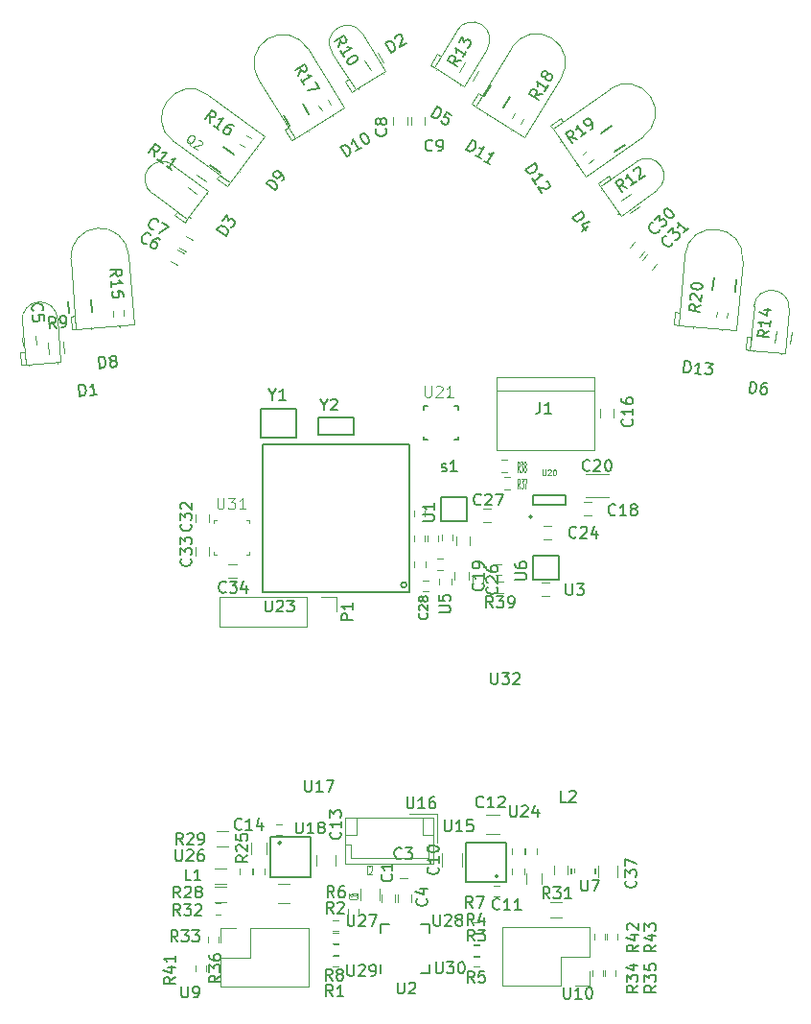
<source format=gto>
G04 #@! TF.FileFunction,Legend,Top*
%FSLAX46Y46*%
G04 Gerber Fmt 4.6, Leading zero omitted, Abs format (unit mm)*
G04 Created by KiCad (PCBNEW 4.0.6) date 11/24/17 03:10:44*
%MOMM*%
%LPD*%
G01*
G04 APERTURE LIST*
%ADD10C,0.100000*%
%ADD11C,0.150000*%
%ADD12C,0.120000*%
%ADD13C,0.200000*%
%ADD14C,0.127000*%
%ADD15C,0.050000*%
%ADD16C,0.203200*%
%ADD17C,0.152400*%
%ADD18C,0.075000*%
G04 APERTURE END LIST*
D10*
D11*
X118798789Y-77634500D02*
G75*
G03X118798789Y-77634500I-244289J0D01*
G01*
X119072800Y-65279800D02*
X119072800Y-78279800D01*
X106072800Y-65279800D02*
X119072800Y-65279800D01*
X106072800Y-78279800D02*
X106072800Y-65279800D01*
X119072800Y-78279800D02*
X106072800Y-78279800D01*
D12*
X128109881Y-30206895D02*
G75*
G02X132451887Y-32920081I2171003J-1356593D01*
G01*
X129187584Y-38144058D02*
X132451887Y-32920081D01*
X124845578Y-35430871D02*
X128109881Y-30206895D01*
X129187584Y-38144058D02*
X124845578Y-35430871D01*
X124506359Y-35218903D02*
X125099868Y-34269089D01*
X125099868Y-34269089D02*
X125439088Y-34481057D01*
X125439088Y-34481057D02*
X124845578Y-35430871D01*
X124845578Y-35430871D02*
X124506359Y-35218903D01*
X128024713Y-37570708D02*
X128093602Y-37460462D01*
X128093602Y-37460462D02*
X128093602Y-37460462D01*
X128093602Y-37460462D02*
X128024713Y-37570708D01*
X128024713Y-37570708D02*
X128024713Y-37570708D01*
X125870671Y-36224713D02*
X125939560Y-36114467D01*
X125939560Y-36114467D02*
X125939560Y-36114467D01*
X125939560Y-36114467D02*
X125870671Y-36224713D01*
X125870671Y-36224713D02*
X125870671Y-36224713D01*
X105698871Y-32996076D02*
G75*
G02X110040877Y-30282890I2171003J1356593D01*
G01*
X113305180Y-35506866D02*
X110040877Y-30282890D01*
X108963173Y-38220053D02*
X105698871Y-32996076D01*
X113305180Y-35506866D02*
X108963173Y-38220053D01*
X108623954Y-38432020D02*
X108030445Y-37482206D01*
X108030445Y-37482206D02*
X108369664Y-37270239D01*
X108369664Y-37270239D02*
X108963173Y-38220053D01*
X108963173Y-38220053D02*
X108623954Y-38432020D01*
X112280087Y-36300708D02*
X112211198Y-36190462D01*
X112211198Y-36190462D02*
X112211198Y-36190462D01*
X112211198Y-36190462D02*
X112280087Y-36300708D01*
X112280087Y-36300708D02*
X112280087Y-36300708D01*
X110126045Y-37646703D02*
X110057156Y-37536457D01*
X110057156Y-37536457D02*
X110057156Y-37536457D01*
X110057156Y-37536457D02*
X110126045Y-37646703D01*
X110126045Y-37646703D02*
X110126045Y-37646703D01*
X98223220Y-38524816D02*
G75*
G02X101247122Y-34393178I1511951J2065819D01*
G01*
X106217997Y-38031309D02*
X101247122Y-34393178D01*
X103194096Y-42162946D02*
X98223221Y-38524815D01*
X106217997Y-38031309D02*
X103194096Y-42162946D01*
X102957854Y-42485730D02*
X102054058Y-41824252D01*
X102054058Y-41824252D02*
X102290301Y-41501468D01*
X102290301Y-41501468D02*
X103194096Y-42162946D01*
X103194096Y-42162946D02*
X102957854Y-42485730D01*
X105561021Y-39149067D02*
X105456116Y-39072288D01*
X105456116Y-39072288D02*
X105456116Y-39072288D01*
X105456116Y-39072288D02*
X105561021Y-39149067D01*
X105561021Y-39149067D02*
X105561021Y-39149067D01*
X104060882Y-41198746D02*
X103955978Y-41121967D01*
X103955978Y-41121967D02*
X103955978Y-41121967D01*
X103955978Y-41121967D02*
X104060882Y-41198746D01*
X104060882Y-41198746D02*
X104060882Y-41198746D01*
X132384800Y-113013800D02*
X127244800Y-113013800D01*
X127244800Y-113013800D02*
X127244800Y-107813800D01*
X127244800Y-107813800D02*
X134984800Y-107813800D01*
X134984800Y-107813800D02*
X134984800Y-110413800D01*
X134984800Y-110413800D02*
X132384800Y-110413800D01*
X132384800Y-110413800D02*
X132384800Y-113013800D01*
X133654800Y-113013800D02*
X134984800Y-113013800D01*
X134984800Y-113013800D02*
X134984800Y-111743800D01*
X101873600Y-102625400D02*
X102873600Y-102625400D01*
X102873600Y-103985400D02*
X101873600Y-103985400D01*
D13*
X129928000Y-70605800D02*
X129928000Y-69755800D01*
X129928000Y-69755800D02*
X132828000Y-69755800D01*
X132828000Y-69755800D02*
X132828000Y-70605800D01*
X132828000Y-70605800D02*
X129928000Y-70605800D01*
D14*
X129889000Y-71620800D02*
G75*
G03X129889000Y-71620800I-127000J0D01*
G01*
D13*
X123336000Y-64557000D02*
X123336000Y-64857000D01*
X123336000Y-64857000D02*
X123036000Y-64857000D01*
X120636000Y-64857000D02*
X120336000Y-64857000D01*
X120336000Y-64857000D02*
X120336000Y-64557000D01*
X120336000Y-62157000D02*
X120336000Y-61857000D01*
X120336000Y-61857000D02*
X120636000Y-61857000D01*
X123036000Y-61857000D02*
X123336000Y-61857000D01*
X123336000Y-61857000D02*
X123336000Y-62157000D01*
D15*
X122636000Y-61057000D02*
G75*
G03X122636000Y-61057000I-100000J0D01*
G01*
X122536000Y-60957000D02*
G75*
G02X122636000Y-61057000I0J-100000D01*
G01*
X122636000Y-61057000D02*
G75*
G02X122536000Y-61157000I-100000J0D01*
G01*
X122536000Y-61157000D02*
G75*
G02X122436000Y-61057000I0J100000D01*
G01*
X122436000Y-61057000D02*
G75*
G02X122536000Y-60957000I100000J0D01*
G01*
D11*
X114172800Y-64398600D02*
X114172800Y-62898600D01*
X110972800Y-64398600D02*
X110972800Y-62898600D01*
X114172800Y-64398600D02*
X110972800Y-64398600D01*
X114172800Y-62898600D02*
X110972800Y-62898600D01*
D12*
X137102400Y-62136600D02*
X137102400Y-62836600D01*
X135902400Y-62836600D02*
X135902400Y-62136600D01*
X119482400Y-71116600D02*
X119482400Y-71616600D01*
X120422400Y-71616600D02*
X120422400Y-71116600D01*
X135122400Y-71542200D02*
X134422400Y-71542200D01*
X134422400Y-70342200D02*
X135122400Y-70342200D01*
X123060000Y-77209000D02*
X123060000Y-76509000D01*
X124260000Y-76509000D02*
X124260000Y-77209000D01*
X136620000Y-67871400D02*
X134620000Y-67871400D01*
X134620000Y-69911400D02*
X136620000Y-69911400D01*
X127135800Y-75792800D02*
X126635800Y-75792800D01*
X126635800Y-76732800D02*
X127135800Y-76732800D01*
X120637200Y-73283000D02*
X120637200Y-73783000D01*
X121577200Y-73783000D02*
X121577200Y-73283000D01*
X121954000Y-73232200D02*
X121954000Y-73732200D01*
X122894000Y-73732200D02*
X122894000Y-73232200D01*
X130866400Y-72425000D02*
X131566400Y-72425000D01*
X131566400Y-73625000D02*
X130866400Y-73625000D01*
X119481600Y-73269600D02*
X119481600Y-73769600D01*
X120421600Y-73769600D02*
X120421600Y-73269600D01*
X125603200Y-77427200D02*
X125603200Y-76927200D01*
X124663200Y-76927200D02*
X124663200Y-77427200D01*
X126232400Y-72101000D02*
X125532400Y-72101000D01*
X125532400Y-70901000D02*
X126232400Y-70901000D01*
X120709600Y-77249600D02*
X120209600Y-77249600D01*
X120209600Y-78189600D02*
X120709600Y-78189600D01*
X123203600Y-74098800D02*
X123203600Y-73398800D01*
X124403600Y-73398800D02*
X124403600Y-74098800D01*
X126813600Y-78367600D02*
X127313600Y-78367600D01*
X127313600Y-77307600D02*
X126813600Y-77307600D01*
X120519600Y-76055600D02*
X120519600Y-75555600D01*
X119459600Y-75555600D02*
X119459600Y-76055600D01*
X131414000Y-78654200D02*
X130714000Y-78654200D01*
X130714000Y-77454200D02*
X131414000Y-77454200D01*
X122767600Y-77579600D02*
X122767600Y-77079600D01*
X121707600Y-77079600D02*
X121707600Y-77579600D01*
X121979600Y-75275600D02*
X121479600Y-75275600D01*
X121479600Y-76335600D02*
X121979600Y-76335600D01*
X143379546Y-48584329D02*
G75*
G02X148477656Y-49057267I2549055J-236469D01*
G01*
X147908653Y-55190931D02*
X148477656Y-49057267D01*
X142810543Y-54717994D02*
X143379546Y-48584330D01*
X147908653Y-55190931D02*
X142810543Y-54717994D01*
X142412253Y-54681046D02*
X142515708Y-53565834D01*
X142515708Y-53565834D02*
X142913998Y-53602782D01*
X142913998Y-53602782D02*
X142810543Y-54717994D01*
X142810543Y-54717994D02*
X142412253Y-54681046D01*
X146612160Y-55201217D02*
X146624168Y-55071773D01*
X146624168Y-55071773D02*
X146624168Y-55071773D01*
X146624168Y-55071773D02*
X146612160Y-55201217D01*
X146612160Y-55201217D02*
X146612160Y-55201217D01*
X144083020Y-54966596D02*
X144095028Y-54837152D01*
X144095028Y-54837152D02*
X144095028Y-54837152D01*
X144095028Y-54837152D02*
X144083020Y-54966596D01*
X144083020Y-54966596D02*
X144083020Y-54966596D01*
X136759636Y-33882636D02*
G75*
G02X139696348Y-38076694I1468356J-2097029D01*
G01*
X134650372Y-41609925D02*
X139696348Y-38076694D01*
X131713660Y-37415866D02*
X136759637Y-33882635D01*
X134650372Y-41609925D02*
X131713660Y-37415866D01*
X131484230Y-37088205D02*
X132401680Y-36445800D01*
X132401680Y-36445800D02*
X132631111Y-36773461D01*
X132631111Y-36773461D02*
X131713660Y-37415866D01*
X131713660Y-37415866D02*
X131484230Y-37088205D01*
X133803968Y-40627783D02*
X133910458Y-40553219D01*
X133910458Y-40553219D02*
X133910458Y-40553219D01*
X133910458Y-40553219D02*
X133803968Y-40627783D01*
X133803968Y-40627783D02*
X133803968Y-40627783D01*
X132347084Y-38547137D02*
X132453574Y-38472572D01*
X132453574Y-38472572D02*
X132453574Y-38472572D01*
X132453574Y-38472572D02*
X132347084Y-38547137D01*
X132347084Y-38547137D02*
X132347084Y-38547137D01*
X89143438Y-48904069D02*
G75*
G02X94249026Y-48520177I2552794J191946D01*
G01*
X94710895Y-54662837D02*
X94249026Y-48520177D01*
X89605307Y-55046729D02*
X89143438Y-48904068D01*
X94710895Y-54662837D02*
X89605307Y-55046729D01*
X89206433Y-55076720D02*
X89122456Y-53959873D01*
X89122456Y-53959873D02*
X89521331Y-53929881D01*
X89521331Y-53929881D02*
X89605307Y-55046729D01*
X89605307Y-55046729D02*
X89206433Y-55076720D01*
X93434273Y-54889194D02*
X93424526Y-54759560D01*
X93424526Y-54759560D02*
X93424526Y-54759560D01*
X93424526Y-54759560D02*
X93434273Y-54889194D01*
X93434273Y-54889194D02*
X93434273Y-54889194D01*
X90901423Y-55079640D02*
X90891676Y-54950006D01*
X90891676Y-54950006D02*
X90891676Y-54950006D01*
X90891676Y-54950006D02*
X90901423Y-55079640D01*
X90901423Y-55079640D02*
X90901423Y-55079640D01*
X96319697Y-43095927D02*
G75*
G02X98162387Y-40578211I921345J1258858D01*
G01*
X101277254Y-42857949D02*
X98162387Y-40578211D01*
X99434564Y-45375665D02*
X96319697Y-43095927D01*
X101277254Y-42857949D02*
X99434564Y-45375665D01*
X99198322Y-45698449D02*
X98294526Y-45036971D01*
X98294526Y-45036971D02*
X98530768Y-44714186D01*
X98530768Y-44714186D02*
X99434564Y-45375665D01*
X99434564Y-45375665D02*
X99198322Y-45698449D01*
X101210883Y-43168746D02*
X101105978Y-43091967D01*
X101105978Y-43091967D02*
X101105978Y-43091967D01*
X101105978Y-43091967D02*
X101210883Y-43168746D01*
X101210883Y-43168746D02*
X101210883Y-43168746D01*
X99710744Y-45218425D02*
X99605840Y-45141646D01*
X99605840Y-45141646D02*
X99605840Y-45141646D01*
X99605840Y-45141646D02*
X99710744Y-45218425D01*
X99710744Y-45218425D02*
X99710744Y-45218425D01*
X84850224Y-54343060D02*
G75*
G02X87961442Y-54109128I1555609J116966D01*
G01*
X88250859Y-57958262D02*
X87961442Y-54109128D01*
X85139642Y-58192196D02*
X84850224Y-54343061D01*
X88250859Y-57958262D02*
X85139642Y-58192196D01*
X84740768Y-58222187D02*
X84656792Y-57105340D01*
X84656792Y-57105340D02*
X85055666Y-57075348D01*
X85055666Y-57075348D02*
X85139642Y-58192196D01*
X85139642Y-58192196D02*
X84740768Y-58222187D01*
X87971423Y-58109640D02*
X87961676Y-57980006D01*
X87961676Y-57980006D02*
X87961676Y-57980006D01*
X87961676Y-57980006D02*
X87971423Y-58109640D01*
X87971423Y-58109640D02*
X87971423Y-58109640D01*
X85438573Y-58300086D02*
X85428826Y-58170452D01*
X85428826Y-58170452D02*
X85428826Y-58170452D01*
X85428826Y-58170452D02*
X85438573Y-58300086D01*
X85438573Y-58300086D02*
X85438573Y-58300086D01*
X112225733Y-30656668D02*
G75*
G02X114871643Y-29003320I1322955J826674D01*
G01*
X116917132Y-32276785D02*
X114871643Y-29003320D01*
X114271222Y-33930133D02*
X112225733Y-30656668D01*
X116917132Y-32276785D02*
X114271222Y-33930133D01*
X113932002Y-34142101D02*
X113338493Y-33192287D01*
X113338493Y-33192287D02*
X113677712Y-32980319D01*
X113677712Y-32980319D02*
X114271222Y-33930133D01*
X114271222Y-33930133D02*
X113932002Y-34142101D01*
X116740087Y-32540708D02*
X116671198Y-32430462D01*
X116671198Y-32430462D02*
X116671198Y-32430462D01*
X116671198Y-32430462D02*
X116740087Y-32540708D01*
X116740087Y-32540708D02*
X116740087Y-32540708D01*
X114586045Y-33886703D02*
X114517156Y-33776457D01*
X114517156Y-33776457D02*
X114517156Y-33776457D01*
X114517156Y-33776457D02*
X114586045Y-33886703D01*
X114586045Y-33886703D02*
X114586045Y-33886703D01*
X139092280Y-40280366D02*
G75*
G02X140881838Y-42836122I894779J-1277878D01*
G01*
X137719911Y-45050127D02*
X140881838Y-42836122D01*
X135930353Y-42494372D02*
X139092280Y-40280367D01*
X137719911Y-45050127D02*
X135930353Y-42494372D01*
X135700922Y-42166711D02*
X136618372Y-41524306D01*
X136618372Y-41524306D02*
X136847803Y-41851967D01*
X136847803Y-41851967D02*
X135930353Y-42494372D01*
X135930353Y-42494372D02*
X135700922Y-42166711D01*
X137447084Y-44887137D02*
X137553574Y-44812573D01*
X137553574Y-44812573D02*
X137553574Y-44812573D01*
X137553574Y-44812573D02*
X137447084Y-44887137D01*
X137447084Y-44887137D02*
X137447084Y-44887137D01*
X135990200Y-42806491D02*
X136096690Y-42731926D01*
X136096690Y-42731926D02*
X136096690Y-42731926D01*
X136096690Y-42731926D02*
X135990200Y-42806491D01*
X135990200Y-42806491D02*
X135990200Y-42806491D01*
X123279115Y-28697325D02*
G75*
G02X125925025Y-30350673I1322955J-826674D01*
G01*
X123879536Y-33624138D02*
X125925025Y-30350673D01*
X121233626Y-31970790D02*
X123279115Y-28697325D01*
X123879536Y-33624138D02*
X121233626Y-31970790D01*
X120894407Y-31758823D02*
X121487917Y-30809009D01*
X121487917Y-30809009D02*
X121827136Y-31020976D01*
X121827136Y-31020976D02*
X121233626Y-31970790D01*
X121233626Y-31970790D02*
X120894407Y-31758823D01*
X123564713Y-33580708D02*
X123633602Y-33470462D01*
X123633602Y-33470462D02*
X123633602Y-33470462D01*
X123633602Y-33470462D02*
X123564713Y-33580708D01*
X123564713Y-33580708D02*
X123564713Y-33580708D01*
X121410671Y-32234713D02*
X121479560Y-32124467D01*
X121479560Y-32124467D02*
X121479560Y-32124467D01*
X121479560Y-32124467D02*
X121410671Y-32234713D01*
X121410671Y-32234713D02*
X121410671Y-32234713D01*
X149480760Y-53065488D02*
G75*
G02X152587420Y-53353684I1553330J-144098D01*
G01*
X152230870Y-57197182D02*
X152587420Y-53353684D01*
X149124209Y-56908985D02*
X149480759Y-53065488D01*
X152230870Y-57197182D02*
X149124209Y-56908985D01*
X148725919Y-56872037D02*
X148829374Y-55756825D01*
X148829374Y-55756825D02*
X149227664Y-55793774D01*
X149227664Y-55793774D02*
X149124209Y-56908985D01*
X149124209Y-56908985D02*
X148725919Y-56872037D01*
X151930101Y-57299838D02*
X151942109Y-57170394D01*
X151942109Y-57170394D02*
X151942109Y-57170394D01*
X151942109Y-57170394D02*
X151930101Y-57299838D01*
X151930101Y-57299838D02*
X151930101Y-57299838D01*
X149400961Y-57065217D02*
X149412969Y-56935773D01*
X149412969Y-56935773D02*
X149412969Y-56935773D01*
X149412969Y-56935773D02*
X149400961Y-57065217D01*
X149400961Y-57065217D02*
X149400961Y-57065217D01*
D11*
X109092800Y-64644600D02*
X105892800Y-64644600D01*
X105892800Y-64644600D02*
X105892800Y-62144600D01*
X105892800Y-62144600D02*
X109092800Y-62144600D01*
X109092800Y-62144600D02*
X109092800Y-64644600D01*
D12*
X104631260Y-71902360D02*
X104891260Y-71902360D01*
X104891260Y-71902360D02*
X104891260Y-72162360D01*
X102051260Y-71902360D02*
X101791260Y-71902360D01*
X101791260Y-71902360D02*
X101791260Y-72162360D01*
X102051260Y-75002360D02*
X101791260Y-75002360D01*
X101791260Y-75002360D02*
X101791260Y-74742360D01*
X104631260Y-75002360D02*
X104891260Y-75002360D01*
X104891260Y-75002360D02*
X104891260Y-74742360D01*
X105003600Y-107915400D02*
X110143600Y-107915400D01*
X110143600Y-107915400D02*
X110143600Y-113115400D01*
X110143600Y-113115400D02*
X102403600Y-113115400D01*
X102403600Y-113115400D02*
X102403600Y-110515400D01*
X102403600Y-110515400D02*
X105003600Y-110515400D01*
X105003600Y-110515400D02*
X105003600Y-107915400D01*
X103733600Y-107915400D02*
X102403600Y-107915400D01*
X102403600Y-107915400D02*
X102403600Y-109185400D01*
X123723300Y-101299400D02*
X123723300Y-102499400D01*
X121963300Y-102499400D02*
X121963300Y-101299400D01*
X126483400Y-105097400D02*
X126983400Y-105097400D01*
X126983400Y-104157400D02*
X126483400Y-104157400D01*
X125834900Y-97880000D02*
X127034900Y-97880000D01*
X127034900Y-99640000D02*
X125834900Y-99640000D01*
X112524100Y-102434500D02*
X112524100Y-101434500D01*
X110824100Y-101434500D02*
X110824100Y-102434500D01*
X107805400Y-98762700D02*
X107305400Y-98762700D01*
X107305400Y-99702700D02*
X107805400Y-99702700D01*
X108418200Y-104008800D02*
X107418200Y-104008800D01*
X107418200Y-105708800D02*
X108418200Y-105708800D01*
X129202600Y-103168400D02*
X129202600Y-102668400D01*
X128142600Y-102668400D02*
X128142600Y-103168400D01*
X129272900Y-100852300D02*
X129272900Y-101352300D01*
X130332900Y-101352300D02*
X130332900Y-100852300D01*
X129189900Y-101377700D02*
X129189900Y-100877700D01*
X128129900Y-100877700D02*
X128129900Y-101377700D01*
X130724200Y-103047900D02*
X130724200Y-104047900D01*
X129364200Y-104047900D02*
X129364200Y-103047900D01*
X105142900Y-103134800D02*
X105142900Y-102634800D01*
X104082900Y-102634800D02*
X104082900Y-103134800D01*
X105213200Y-102645800D02*
X105213200Y-103145800D01*
X106273200Y-103145800D02*
X106273200Y-102645800D01*
X102863600Y-105625400D02*
X101863600Y-105625400D01*
X101863600Y-104265400D02*
X102863600Y-104265400D01*
X102023600Y-99355400D02*
X103023600Y-99355400D01*
X103023600Y-100715400D02*
X102023600Y-100715400D01*
X135422400Y-59296600D02*
X126722400Y-59296600D01*
X135422400Y-65706600D02*
X126722400Y-65706600D01*
X126722400Y-65706600D02*
X126722400Y-59296600D01*
X126722400Y-60526600D02*
X135422400Y-60526600D01*
X135422400Y-59296600D02*
X135422400Y-65706600D01*
X117782400Y-104946600D02*
X117782400Y-105646600D01*
X116582400Y-105646600D02*
X116582400Y-104946600D01*
X86024469Y-55712598D02*
X86076954Y-56410628D01*
X84880331Y-56500602D02*
X84827846Y-55802572D01*
X98545291Y-48047985D02*
X99151509Y-48397985D01*
X98551509Y-49437215D02*
X97945291Y-49087215D01*
X99307291Y-46841485D02*
X99913509Y-47191485D01*
X99313509Y-48230715D02*
X98707291Y-47880715D01*
X118832700Y-36356500D02*
X118832700Y-37056500D01*
X117632700Y-37056500D02*
X117632700Y-36356500D01*
X120407500Y-36356500D02*
X120407500Y-37056500D01*
X119207500Y-37056500D02*
X119207500Y-36356500D01*
X139825651Y-48220877D02*
X139330677Y-48715851D01*
X138482149Y-47867323D02*
X138977123Y-47372349D01*
X140928404Y-49335304D02*
X140433430Y-49830278D01*
X139584902Y-48981750D02*
X140079876Y-48486776D01*
X101336400Y-71379000D02*
X101336400Y-72079000D01*
X100136400Y-72079000D02*
X100136400Y-71379000D01*
X100136400Y-75025400D02*
X100136400Y-74325400D01*
X101336400Y-74325400D02*
X101336400Y-75025400D01*
X103771760Y-77001860D02*
X103071760Y-77001860D01*
X103071760Y-75801860D02*
X103771760Y-75801860D01*
X88452997Y-56167022D02*
X88527975Y-57164207D01*
X87171803Y-57266178D02*
X87096825Y-56268993D01*
X116244113Y-30652231D02*
X116774032Y-31500279D01*
X115620687Y-32220969D02*
X115090768Y-31372921D01*
X100250532Y-41452564D02*
X101057492Y-42043170D01*
X100254268Y-43140636D02*
X99447308Y-42550030D01*
X139342008Y-44276835D02*
X138522856Y-44850412D01*
X137742792Y-43736365D02*
X138561944Y-43162788D01*
X125124032Y-32272921D02*
X124594113Y-33120969D01*
X123440768Y-32400279D02*
X123970687Y-31552231D01*
X152785678Y-55361550D02*
X152693308Y-56357274D01*
X151339122Y-56231650D02*
X151431492Y-55235926D01*
X93819822Y-53890656D02*
X93782332Y-53392064D01*
X92844978Y-53462544D02*
X92882468Y-53961136D01*
X105041725Y-38244980D02*
X104638245Y-37949677D01*
X104083075Y-38708220D02*
X104486555Y-39003523D01*
X112093462Y-35279550D02*
X111828503Y-34855526D01*
X111031338Y-35353650D02*
X111296297Y-35777674D01*
X128858503Y-36947674D02*
X129123462Y-36523650D01*
X128326297Y-36025526D02*
X128061338Y-36449550D01*
X134867193Y-40404996D02*
X135276769Y-40118207D01*
X134737607Y-39348204D02*
X134328031Y-39634993D01*
X147107298Y-54098945D02*
X147153483Y-53601083D01*
X146217502Y-53514255D02*
X146171317Y-54012117D01*
X127892400Y-68146600D02*
X127392400Y-68146600D01*
X127392400Y-69206600D02*
X127892400Y-69206600D01*
X127692400Y-66626600D02*
X127192400Y-66626600D01*
X127192400Y-67686600D02*
X127692400Y-67686600D01*
X121201200Y-102257800D02*
X121201200Y-98157800D01*
X121201200Y-98157800D02*
X113401200Y-98157800D01*
X113401200Y-98157800D02*
X113401200Y-102257800D01*
X113401200Y-102257800D02*
X121201200Y-102257800D01*
X121201200Y-100507800D02*
X120701200Y-100507800D01*
X120701200Y-100507800D02*
X120701200Y-101757800D01*
X120701200Y-101757800D02*
X113901200Y-101757800D01*
X113901200Y-101757800D02*
X113901200Y-100507800D01*
X113901200Y-100507800D02*
X113401200Y-100507800D01*
X121201200Y-99657800D02*
X120201200Y-99657800D01*
X120201200Y-99657800D02*
X120201200Y-98157800D01*
X113401200Y-99657800D02*
X114401200Y-99657800D01*
X114401200Y-99657800D02*
X114401200Y-98157800D01*
X121501200Y-100357800D02*
X121501200Y-97857800D01*
X121501200Y-97857800D02*
X119001200Y-97857800D01*
D11*
X107732621Y-100388800D02*
G75*
G03X107732621Y-100388800I-141421J0D01*
G01*
X106791200Y-103388800D02*
X106791200Y-99888800D01*
X110291200Y-103388800D02*
X106791200Y-103388800D01*
X110291200Y-99888800D02*
X110291200Y-103388800D01*
X106791200Y-99888800D02*
X110291200Y-99888800D01*
X126899021Y-103344400D02*
G75*
G03X126899021Y-103344400I-141421J0D01*
G01*
X127557600Y-100344400D02*
X127557600Y-103844400D01*
X124057600Y-100344400D02*
X127557600Y-100344400D01*
X124057600Y-103844400D02*
X124057600Y-100344400D01*
X127557600Y-103844400D02*
X124057600Y-103844400D01*
D12*
X114712400Y-104446600D02*
X114712400Y-105446600D01*
X116412400Y-105446600D02*
X116412400Y-104446600D01*
X119192400Y-104916600D02*
X119192400Y-105616600D01*
X117992400Y-105616600D02*
X117992400Y-104916600D01*
X113652400Y-106226600D02*
X113652400Y-106726600D01*
X114592400Y-106726600D02*
X114592400Y-106226600D01*
D11*
X116515200Y-107577400D02*
X117290200Y-107577400D01*
X120815200Y-111877400D02*
X120040200Y-111877400D01*
X120815200Y-107577400D02*
X120040200Y-107577400D01*
X116515200Y-111877400D02*
X116515200Y-111102400D01*
X120815200Y-111877400D02*
X120815200Y-111102400D01*
X120815200Y-107577400D02*
X120815200Y-108352400D01*
X116515200Y-107577400D02*
X116515200Y-108352400D01*
D12*
X112315200Y-110297400D02*
X112815200Y-110297400D01*
X112815200Y-109357400D02*
X112315200Y-109357400D01*
X112265200Y-109237400D02*
X112765200Y-109237400D01*
X112765200Y-108297400D02*
X112265200Y-108297400D01*
X125195200Y-108407400D02*
X124695200Y-108407400D01*
X124695200Y-109347400D02*
X125195200Y-109347400D01*
X125185200Y-110397400D02*
X124685200Y-110397400D01*
X124685200Y-111337400D02*
X125185200Y-111337400D01*
X112772000Y-107200600D02*
X112272000Y-107200600D01*
X112272000Y-108140600D02*
X112772000Y-108140600D01*
X125195200Y-107417400D02*
X124695200Y-107417400D01*
X124695200Y-108357400D02*
X125195200Y-108357400D01*
X112785200Y-110377400D02*
X112285200Y-110377400D01*
X112285200Y-111317400D02*
X112785200Y-111317400D01*
D16*
X91010823Y-53530073D02*
X90928347Y-52433169D01*
X88933977Y-52583127D02*
X89016453Y-53680031D01*
X103536834Y-39674473D02*
X102649177Y-39024807D01*
X101467966Y-40638727D02*
X102355623Y-41288393D01*
X110191904Y-36083107D02*
X109608993Y-35150254D01*
X107912896Y-36210093D02*
X108495807Y-37142946D01*
X127328993Y-35542946D02*
X127911904Y-34610093D01*
X126215807Y-33550254D02*
X125632896Y-34483107D01*
X136909357Y-37151981D02*
X136008290Y-37782915D01*
X137155443Y-39421219D02*
X138056510Y-38790285D01*
X145931567Y-50522774D02*
X145829959Y-51618071D01*
X147821409Y-51802812D02*
X147923017Y-50707515D01*
D12*
X131851600Y-103143800D02*
X131851600Y-102443800D01*
X133051600Y-102443800D02*
X133051600Y-103143800D01*
X137416400Y-103446200D02*
X137416400Y-102446200D01*
X135716400Y-102446200D02*
X135716400Y-103446200D01*
X132494400Y-107017100D02*
X131494400Y-107017100D01*
X131494400Y-105657100D02*
X132494400Y-105657100D01*
D17*
X135499600Y-103124000D02*
X135499600Y-102666800D01*
X133366000Y-102666800D02*
X133366000Y-103124000D01*
X133645399Y-102768397D02*
G75*
G02X133645400Y-103022400I-278679J-127003D01*
G01*
D11*
X132275400Y-77155000D02*
X129975400Y-77155000D01*
X129975400Y-77155000D02*
X129975400Y-75055000D01*
X129975400Y-75055000D02*
X132275400Y-75055000D01*
X132275400Y-75055000D02*
X132275400Y-77155000D01*
D12*
X101902400Y-106686600D02*
X102402400Y-106686600D01*
X102402400Y-105746600D02*
X101902400Y-105746600D01*
X101272400Y-108646600D02*
X101272400Y-109146600D01*
X102212400Y-109146600D02*
X102212400Y-108646600D01*
X135242400Y-111666600D02*
X135242400Y-112166600D01*
X136182400Y-112166600D02*
X136182400Y-111666600D01*
X137242400Y-112166600D02*
X137242400Y-111666600D01*
X136302400Y-111666600D02*
X136302400Y-112166600D01*
X101112400Y-111716600D02*
X101112400Y-111216600D01*
X100172400Y-111216600D02*
X100172400Y-111716600D01*
X101252400Y-111226600D02*
X101252400Y-111726600D01*
X102192400Y-111726600D02*
X102192400Y-111226600D01*
X135412400Y-108436600D02*
X135412400Y-108936600D01*
X136352400Y-108936600D02*
X136352400Y-108436600D01*
X137422400Y-108946600D02*
X137422400Y-108446600D01*
X136482400Y-108446600D02*
X136482400Y-108946600D01*
X118862400Y-103476600D02*
X118162400Y-103476600D01*
X118162400Y-102276600D02*
X118862400Y-102276600D01*
D11*
X124142400Y-71976600D02*
X121842400Y-71976600D01*
X121842400Y-71976600D02*
X121842400Y-69876600D01*
X121842400Y-69876600D02*
X124142400Y-69876600D01*
X124142400Y-69876600D02*
X124142400Y-71976600D01*
D12*
X109992400Y-78676600D02*
X102312400Y-78676600D01*
X102312400Y-78676600D02*
X102312400Y-81336600D01*
X102312400Y-81336600D02*
X109992400Y-81336600D01*
X109992400Y-81336600D02*
X109992400Y-78676600D01*
X111262400Y-78676600D02*
X112592400Y-78676600D01*
X112592400Y-78676600D02*
X112592400Y-80006600D01*
X125205200Y-109417400D02*
X124705200Y-109417400D01*
X124705200Y-110477400D02*
X125205200Y-110477400D01*
X106423200Y-100363800D02*
X106423200Y-101363800D01*
X105063200Y-101363800D02*
X105063200Y-100363800D01*
D11*
X106324305Y-79008981D02*
X106324305Y-79818505D01*
X106371924Y-79913743D01*
X106419543Y-79961362D01*
X106514781Y-80008981D01*
X106705258Y-80008981D01*
X106800496Y-79961362D01*
X106848115Y-79913743D01*
X106895734Y-79818505D01*
X106895734Y-79008981D01*
X107324305Y-79104219D02*
X107371924Y-79056600D01*
X107467162Y-79008981D01*
X107705258Y-79008981D01*
X107800496Y-79056600D01*
X107848115Y-79104219D01*
X107895734Y-79199457D01*
X107895734Y-79294695D01*
X107848115Y-79437552D01*
X107276686Y-80008981D01*
X107895734Y-80008981D01*
X108229067Y-79008981D02*
X108848115Y-79008981D01*
X108514781Y-79389933D01*
X108657639Y-79389933D01*
X108752877Y-79437552D01*
X108800496Y-79485171D01*
X108848115Y-79580410D01*
X108848115Y-79818505D01*
X108800496Y-79913743D01*
X108752877Y-79961362D01*
X108657639Y-80008981D01*
X108371924Y-80008981D01*
X108276686Y-79961362D01*
X108229067Y-79913743D01*
X124067239Y-39215944D02*
X124597158Y-38367896D01*
X124799074Y-38494067D01*
X124894990Y-38610154D01*
X124925288Y-38741389D01*
X124915203Y-38847389D01*
X124854649Y-39034156D01*
X124778946Y-39155307D01*
X124637626Y-39291605D01*
X124546774Y-39347137D01*
X124415539Y-39377435D01*
X124269155Y-39342115D01*
X124067239Y-39215944D01*
X125359503Y-40023441D02*
X124874904Y-39720629D01*
X125117203Y-39872035D02*
X125647122Y-39023987D01*
X125490653Y-39094668D01*
X125359418Y-39124966D01*
X125253417Y-39114880D01*
X126167168Y-40528126D02*
X125682568Y-40225314D01*
X125924868Y-40376720D02*
X126454787Y-39528672D01*
X126298318Y-39599353D01*
X126167083Y-39629651D01*
X126061082Y-39619565D01*
X113512352Y-39853714D02*
X112982433Y-39005666D01*
X113184349Y-38879495D01*
X113330734Y-38844175D01*
X113461969Y-38874473D01*
X113552820Y-38930005D01*
X113694141Y-39066304D01*
X113769844Y-39187454D01*
X113830397Y-39374221D01*
X113840483Y-39480222D01*
X113810185Y-39611457D01*
X113714268Y-39727543D01*
X113512352Y-39853714D01*
X114804617Y-39046218D02*
X114320017Y-39349029D01*
X114562317Y-39197624D02*
X114032397Y-38349576D01*
X114027334Y-38521194D01*
X113997036Y-38652429D01*
X113941503Y-38743280D01*
X114799679Y-37870125D02*
X114880446Y-37819656D01*
X114986447Y-37809571D01*
X115052064Y-37824720D01*
X115142916Y-37880252D01*
X115284236Y-38016551D01*
X115410408Y-38218467D01*
X115470961Y-38405234D01*
X115481047Y-38511235D01*
X115465898Y-38576853D01*
X115410366Y-38667704D01*
X115329598Y-38718173D01*
X115223598Y-38728258D01*
X115157980Y-38713109D01*
X115067129Y-38657577D01*
X114925808Y-38521279D01*
X114799637Y-38319362D01*
X114739083Y-38132595D01*
X114728998Y-38026594D01*
X114744147Y-37960977D01*
X114799679Y-37870125D01*
X107193241Y-42832140D02*
X106386281Y-42241534D01*
X106526901Y-42049401D01*
X106649701Y-41962245D01*
X106782802Y-41941639D01*
X106887779Y-41959461D01*
X107069610Y-42033530D01*
X107184891Y-42117903D01*
X107310473Y-42268826D01*
X107359203Y-42363501D01*
X107379808Y-42496602D01*
X107333862Y-42640007D01*
X107193241Y-42832140D01*
X107811971Y-41986753D02*
X107924467Y-41833047D01*
X107942289Y-41728068D01*
X107931987Y-41661518D01*
X107872955Y-41500292D01*
X107747372Y-41349369D01*
X107439959Y-41124376D01*
X107334981Y-41106555D01*
X107268430Y-41116858D01*
X107173756Y-41165587D01*
X107061259Y-41319294D01*
X107043437Y-41424272D01*
X107053740Y-41490822D01*
X107102469Y-41585497D01*
X107294603Y-41726117D01*
X107399580Y-41743939D01*
X107466131Y-41733637D01*
X107560806Y-41684908D01*
X107673303Y-41531200D01*
X107691124Y-41426223D01*
X107680821Y-41359672D01*
X107632092Y-41264997D01*
X132694305Y-113148981D02*
X132694305Y-113958505D01*
X132741924Y-114053743D01*
X132789543Y-114101362D01*
X132884781Y-114148981D01*
X133075258Y-114148981D01*
X133170496Y-114101362D01*
X133218115Y-114053743D01*
X133265734Y-113958505D01*
X133265734Y-113148981D01*
X134265734Y-114148981D02*
X133694305Y-114148981D01*
X133980019Y-114148981D02*
X133980019Y-113148981D01*
X133884781Y-113291838D01*
X133789543Y-113387076D01*
X133694305Y-113434695D01*
X134884781Y-113148981D02*
X134980020Y-113148981D01*
X135075258Y-113196600D01*
X135122877Y-113244219D01*
X135170496Y-113339457D01*
X135218115Y-113529933D01*
X135218115Y-113768029D01*
X135170496Y-113958505D01*
X135122877Y-114053743D01*
X135075258Y-114101362D01*
X134980020Y-114148981D01*
X134884781Y-114148981D01*
X134789543Y-114101362D01*
X134741924Y-114053743D01*
X134694305Y-113958505D01*
X134646686Y-113768029D01*
X134646686Y-113529933D01*
X134694305Y-113339457D01*
X134741924Y-113244219D01*
X134789543Y-113196600D01*
X134884781Y-113148981D01*
X99755734Y-103708981D02*
X99279543Y-103708981D01*
X99279543Y-102708981D01*
X100612877Y-103708981D02*
X100041448Y-103708981D01*
X100327162Y-103708981D02*
X100327162Y-102708981D01*
X100231924Y-102851838D01*
X100136686Y-102947076D01*
X100041448Y-102994695D01*
X121881924Y-67581362D02*
X121977162Y-67628981D01*
X122167638Y-67628981D01*
X122262877Y-67581362D01*
X122310496Y-67486124D01*
X122310496Y-67438505D01*
X122262877Y-67343267D01*
X122167638Y-67295648D01*
X122024781Y-67295648D01*
X121929543Y-67248029D01*
X121881924Y-67152790D01*
X121881924Y-67105171D01*
X121929543Y-67009933D01*
X122024781Y-66962314D01*
X122167638Y-66962314D01*
X122262877Y-67009933D01*
X123262877Y-67628981D02*
X122691448Y-67628981D01*
X122977162Y-67628981D02*
X122977162Y-66628981D01*
X122881924Y-66771838D01*
X122786686Y-66867076D01*
X122691448Y-66914695D01*
D15*
X130788115Y-67473743D02*
X130788115Y-67862314D01*
X130810972Y-67908029D01*
X130833829Y-67930886D01*
X130879543Y-67953743D01*
X130970972Y-67953743D01*
X131016686Y-67930886D01*
X131039543Y-67908029D01*
X131062400Y-67862314D01*
X131062400Y-67473743D01*
X131268115Y-67519457D02*
X131290972Y-67496600D01*
X131336686Y-67473743D01*
X131450972Y-67473743D01*
X131496686Y-67496600D01*
X131519543Y-67519457D01*
X131542400Y-67565171D01*
X131542400Y-67610886D01*
X131519543Y-67679457D01*
X131245257Y-67953743D01*
X131542400Y-67953743D01*
X131839543Y-67473743D02*
X131885258Y-67473743D01*
X131930972Y-67496600D01*
X131953829Y-67519457D01*
X131976686Y-67565171D01*
X131999543Y-67656600D01*
X131999543Y-67770886D01*
X131976686Y-67862314D01*
X131953829Y-67908029D01*
X131930972Y-67930886D01*
X131885258Y-67953743D01*
X131839543Y-67953743D01*
X131793829Y-67930886D01*
X131770972Y-67908029D01*
X131748115Y-67862314D01*
X131725258Y-67770886D01*
X131725258Y-67656600D01*
X131748115Y-67565171D01*
X131770972Y-67519457D01*
X131793829Y-67496600D01*
X131839543Y-67473743D01*
X120394305Y-60078981D02*
X120394305Y-60888505D01*
X120441924Y-60983743D01*
X120489543Y-61031362D01*
X120584781Y-61078981D01*
X120775258Y-61078981D01*
X120870496Y-61031362D01*
X120918115Y-60983743D01*
X120965734Y-60888505D01*
X120965734Y-60078981D01*
X121394305Y-60174219D02*
X121441924Y-60126600D01*
X121537162Y-60078981D01*
X121775258Y-60078981D01*
X121870496Y-60126600D01*
X121918115Y-60174219D01*
X121965734Y-60269457D01*
X121965734Y-60364695D01*
X121918115Y-60507552D01*
X121346686Y-61078981D01*
X121965734Y-61078981D01*
X122918115Y-61078981D02*
X122346686Y-61078981D01*
X122632400Y-61078981D02*
X122632400Y-60078981D01*
X122537162Y-60221838D01*
X122441924Y-60317076D01*
X122346686Y-60364695D01*
D11*
X111487009Y-61745190D02*
X111487009Y-62221381D01*
X111153676Y-61221381D02*
X111487009Y-61745190D01*
X111820343Y-61221381D01*
X112106057Y-61316619D02*
X112153676Y-61269000D01*
X112248914Y-61221381D01*
X112487010Y-61221381D01*
X112582248Y-61269000D01*
X112629867Y-61316619D01*
X112677486Y-61411857D01*
X112677486Y-61507095D01*
X112629867Y-61649952D01*
X112058438Y-62221381D01*
X112677486Y-62221381D01*
X138699543Y-63019457D02*
X138747162Y-63067076D01*
X138794781Y-63209933D01*
X138794781Y-63305171D01*
X138747162Y-63448029D01*
X138651924Y-63543267D01*
X138556686Y-63590886D01*
X138366210Y-63638505D01*
X138223352Y-63638505D01*
X138032876Y-63590886D01*
X137937638Y-63543267D01*
X137842400Y-63448029D01*
X137794781Y-63305171D01*
X137794781Y-63209933D01*
X137842400Y-63067076D01*
X137890019Y-63019457D01*
X138794781Y-62067076D02*
X138794781Y-62638505D01*
X138794781Y-62352791D02*
X137794781Y-62352791D01*
X137937638Y-62448029D01*
X138032876Y-62543267D01*
X138080495Y-62638505D01*
X137794781Y-61209933D02*
X137794781Y-61400410D01*
X137842400Y-61495648D01*
X137890019Y-61543267D01*
X138032876Y-61638505D01*
X138223352Y-61686124D01*
X138604305Y-61686124D01*
X138699543Y-61638505D01*
X138747162Y-61590886D01*
X138794781Y-61495648D01*
X138794781Y-61305171D01*
X138747162Y-61209933D01*
X138699543Y-61162314D01*
X138604305Y-61114695D01*
X138366210Y-61114695D01*
X138270971Y-61162314D01*
X138223352Y-61209933D01*
X138175733Y-61305171D01*
X138175733Y-61495648D01*
X138223352Y-61590886D01*
X138270971Y-61638505D01*
X138366210Y-61686124D01*
X137249543Y-71413743D02*
X137201924Y-71461362D01*
X137059067Y-71508981D01*
X136963829Y-71508981D01*
X136820971Y-71461362D01*
X136725733Y-71366124D01*
X136678114Y-71270886D01*
X136630495Y-71080410D01*
X136630495Y-70937552D01*
X136678114Y-70747076D01*
X136725733Y-70651838D01*
X136820971Y-70556600D01*
X136963829Y-70508981D01*
X137059067Y-70508981D01*
X137201924Y-70556600D01*
X137249543Y-70604219D01*
X138201924Y-71508981D02*
X137630495Y-71508981D01*
X137916209Y-71508981D02*
X137916209Y-70508981D01*
X137820971Y-70651838D01*
X137725733Y-70747076D01*
X137630495Y-70794695D01*
X138773352Y-70937552D02*
X138678114Y-70889933D01*
X138630495Y-70842314D01*
X138582876Y-70747076D01*
X138582876Y-70699457D01*
X138630495Y-70604219D01*
X138678114Y-70556600D01*
X138773352Y-70508981D01*
X138963829Y-70508981D01*
X139059067Y-70556600D01*
X139106686Y-70604219D01*
X139154305Y-70699457D01*
X139154305Y-70747076D01*
X139106686Y-70842314D01*
X139059067Y-70889933D01*
X138963829Y-70937552D01*
X138773352Y-70937552D01*
X138678114Y-70985171D01*
X138630495Y-71032790D01*
X138582876Y-71128029D01*
X138582876Y-71318505D01*
X138630495Y-71413743D01*
X138678114Y-71461362D01*
X138773352Y-71508981D01*
X138963829Y-71508981D01*
X139059067Y-71461362D01*
X139106686Y-71413743D01*
X139154305Y-71318505D01*
X139154305Y-71128029D01*
X139106686Y-71032790D01*
X139059067Y-70985171D01*
X138963829Y-70937552D01*
X125517143Y-77501857D02*
X125564762Y-77549476D01*
X125612381Y-77692333D01*
X125612381Y-77787571D01*
X125564762Y-77930429D01*
X125469524Y-78025667D01*
X125374286Y-78073286D01*
X125183810Y-78120905D01*
X125040952Y-78120905D01*
X124850476Y-78073286D01*
X124755238Y-78025667D01*
X124660000Y-77930429D01*
X124612381Y-77787571D01*
X124612381Y-77692333D01*
X124660000Y-77549476D01*
X124707619Y-77501857D01*
X125612381Y-76549476D02*
X125612381Y-77120905D01*
X125612381Y-76835191D02*
X124612381Y-76835191D01*
X124755238Y-76930429D01*
X124850476Y-77025667D01*
X124898095Y-77120905D01*
X125612381Y-76073286D02*
X125612381Y-75882810D01*
X125564762Y-75787571D01*
X125517143Y-75739952D01*
X125374286Y-75644714D01*
X125183810Y-75597095D01*
X124802857Y-75597095D01*
X124707619Y-75644714D01*
X124660000Y-75692333D01*
X124612381Y-75787571D01*
X124612381Y-75978048D01*
X124660000Y-76073286D01*
X124707619Y-76120905D01*
X124802857Y-76168524D01*
X125040952Y-76168524D01*
X125136190Y-76120905D01*
X125183810Y-76073286D01*
X125231429Y-75978048D01*
X125231429Y-75787571D01*
X125183810Y-75692333D01*
X125136190Y-75644714D01*
X125040952Y-75597095D01*
X134977143Y-67498543D02*
X134929524Y-67546162D01*
X134786667Y-67593781D01*
X134691429Y-67593781D01*
X134548571Y-67546162D01*
X134453333Y-67450924D01*
X134405714Y-67355686D01*
X134358095Y-67165210D01*
X134358095Y-67022352D01*
X134405714Y-66831876D01*
X134453333Y-66736638D01*
X134548571Y-66641400D01*
X134691429Y-66593781D01*
X134786667Y-66593781D01*
X134929524Y-66641400D01*
X134977143Y-66689019D01*
X135358095Y-66689019D02*
X135405714Y-66641400D01*
X135500952Y-66593781D01*
X135739048Y-66593781D01*
X135834286Y-66641400D01*
X135881905Y-66689019D01*
X135929524Y-66784257D01*
X135929524Y-66879495D01*
X135881905Y-67022352D01*
X135310476Y-67593781D01*
X135929524Y-67593781D01*
X136548571Y-66593781D02*
X136643810Y-66593781D01*
X136739048Y-66641400D01*
X136786667Y-66689019D01*
X136834286Y-66784257D01*
X136881905Y-66974733D01*
X136881905Y-67212829D01*
X136834286Y-67403305D01*
X136786667Y-67498543D01*
X136739048Y-67546162D01*
X136643810Y-67593781D01*
X136548571Y-67593781D01*
X136453333Y-67546162D01*
X136405714Y-67498543D01*
X136358095Y-67403305D01*
X136310476Y-67212829D01*
X136310476Y-66974733D01*
X136358095Y-66784257D01*
X136405714Y-66689019D01*
X136453333Y-66641400D01*
X136548571Y-66593781D01*
X133779543Y-73403743D02*
X133731924Y-73451362D01*
X133589067Y-73498981D01*
X133493829Y-73498981D01*
X133350971Y-73451362D01*
X133255733Y-73356124D01*
X133208114Y-73260886D01*
X133160495Y-73070410D01*
X133160495Y-72927552D01*
X133208114Y-72737076D01*
X133255733Y-72641838D01*
X133350971Y-72546600D01*
X133493829Y-72498981D01*
X133589067Y-72498981D01*
X133731924Y-72546600D01*
X133779543Y-72594219D01*
X134160495Y-72594219D02*
X134208114Y-72546600D01*
X134303352Y-72498981D01*
X134541448Y-72498981D01*
X134636686Y-72546600D01*
X134684305Y-72594219D01*
X134731924Y-72689457D01*
X134731924Y-72784695D01*
X134684305Y-72927552D01*
X134112876Y-73498981D01*
X134731924Y-73498981D01*
X135589067Y-72832314D02*
X135589067Y-73498981D01*
X135350971Y-72451362D02*
X135112876Y-73165648D01*
X135731924Y-73165648D01*
X126760343Y-77820057D02*
X126807962Y-77867676D01*
X126855581Y-78010533D01*
X126855581Y-78105771D01*
X126807962Y-78248629D01*
X126712724Y-78343867D01*
X126617486Y-78391486D01*
X126427010Y-78439105D01*
X126284152Y-78439105D01*
X126093676Y-78391486D01*
X125998438Y-78343867D01*
X125903200Y-78248629D01*
X125855581Y-78105771D01*
X125855581Y-78010533D01*
X125903200Y-77867676D01*
X125950819Y-77820057D01*
X125950819Y-77439105D02*
X125903200Y-77391486D01*
X125855581Y-77296248D01*
X125855581Y-77058152D01*
X125903200Y-76962914D01*
X125950819Y-76915295D01*
X126046057Y-76867676D01*
X126141295Y-76867676D01*
X126284152Y-76915295D01*
X126855581Y-77486724D01*
X126855581Y-76867676D01*
X125855581Y-76010533D02*
X125855581Y-76201010D01*
X125903200Y-76296248D01*
X125950819Y-76343867D01*
X126093676Y-76439105D01*
X126284152Y-76486724D01*
X126665105Y-76486724D01*
X126760343Y-76439105D01*
X126807962Y-76391486D01*
X126855581Y-76296248D01*
X126855581Y-76105771D01*
X126807962Y-76010533D01*
X126760343Y-75962914D01*
X126665105Y-75915295D01*
X126427010Y-75915295D01*
X126331771Y-75962914D01*
X126284152Y-76010533D01*
X126236533Y-76105771D01*
X126236533Y-76296248D01*
X126284152Y-76391486D01*
X126331771Y-76439105D01*
X126427010Y-76486724D01*
X125359543Y-70503743D02*
X125311924Y-70551362D01*
X125169067Y-70598981D01*
X125073829Y-70598981D01*
X124930971Y-70551362D01*
X124835733Y-70456124D01*
X124788114Y-70360886D01*
X124740495Y-70170410D01*
X124740495Y-70027552D01*
X124788114Y-69837076D01*
X124835733Y-69741838D01*
X124930971Y-69646600D01*
X125073829Y-69598981D01*
X125169067Y-69598981D01*
X125311924Y-69646600D01*
X125359543Y-69694219D01*
X125740495Y-69694219D02*
X125788114Y-69646600D01*
X125883352Y-69598981D01*
X126121448Y-69598981D01*
X126216686Y-69646600D01*
X126264305Y-69694219D01*
X126311924Y-69789457D01*
X126311924Y-69884695D01*
X126264305Y-70027552D01*
X125692876Y-70598981D01*
X126311924Y-70598981D01*
X126645257Y-69598981D02*
X127311924Y-69598981D01*
X126883352Y-70598981D01*
X120598114Y-80150886D02*
X120636210Y-80188981D01*
X120674305Y-80303267D01*
X120674305Y-80379457D01*
X120636210Y-80493743D01*
X120560019Y-80569934D01*
X120483829Y-80608029D01*
X120331448Y-80646124D01*
X120217162Y-80646124D01*
X120064781Y-80608029D01*
X119988590Y-80569934D01*
X119912400Y-80493743D01*
X119874305Y-80379457D01*
X119874305Y-80303267D01*
X119912400Y-80188981D01*
X119950495Y-80150886D01*
X119950495Y-79846124D02*
X119912400Y-79808029D01*
X119874305Y-79731838D01*
X119874305Y-79541362D01*
X119912400Y-79465172D01*
X119950495Y-79427076D01*
X120026686Y-79388981D01*
X120102876Y-79388981D01*
X120217162Y-79427076D01*
X120674305Y-79884219D01*
X120674305Y-79388981D01*
X120217162Y-78931838D02*
X120179067Y-79008029D01*
X120140971Y-79046124D01*
X120064781Y-79084219D01*
X120026686Y-79084219D01*
X119950495Y-79046124D01*
X119912400Y-79008029D01*
X119874305Y-78931838D01*
X119874305Y-78779457D01*
X119912400Y-78703267D01*
X119950495Y-78665171D01*
X120026686Y-78627076D01*
X120064781Y-78627076D01*
X120140971Y-78665171D01*
X120179067Y-78703267D01*
X120217162Y-78779457D01*
X120217162Y-78931838D01*
X120255257Y-79008029D01*
X120293352Y-79046124D01*
X120369543Y-79084219D01*
X120521924Y-79084219D01*
X120598114Y-79046124D01*
X120636210Y-79008029D01*
X120674305Y-78931838D01*
X120674305Y-78779457D01*
X120636210Y-78703267D01*
X120598114Y-78665171D01*
X120521924Y-78627076D01*
X120369543Y-78627076D01*
X120293352Y-78665171D01*
X120255257Y-78703267D01*
X120217162Y-78779457D01*
X126420743Y-79639981D02*
X126087409Y-79163790D01*
X125849314Y-79639981D02*
X125849314Y-78639981D01*
X126230267Y-78639981D01*
X126325505Y-78687600D01*
X126373124Y-78735219D01*
X126420743Y-78830457D01*
X126420743Y-78973314D01*
X126373124Y-79068552D01*
X126325505Y-79116171D01*
X126230267Y-79163790D01*
X125849314Y-79163790D01*
X126754076Y-78639981D02*
X127373124Y-78639981D01*
X127039790Y-79020933D01*
X127182648Y-79020933D01*
X127277886Y-79068552D01*
X127325505Y-79116171D01*
X127373124Y-79211410D01*
X127373124Y-79449505D01*
X127325505Y-79544743D01*
X127277886Y-79592362D01*
X127182648Y-79639981D01*
X126896933Y-79639981D01*
X126801695Y-79592362D01*
X126754076Y-79544743D01*
X127849314Y-79639981D02*
X128039790Y-79639981D01*
X128135029Y-79592362D01*
X128182648Y-79544743D01*
X128277886Y-79401886D01*
X128325505Y-79211410D01*
X128325505Y-78830457D01*
X128277886Y-78735219D01*
X128230267Y-78687600D01*
X128135029Y-78639981D01*
X127944552Y-78639981D01*
X127849314Y-78687600D01*
X127801695Y-78735219D01*
X127754076Y-78830457D01*
X127754076Y-79068552D01*
X127801695Y-79163790D01*
X127849314Y-79211410D01*
X127944552Y-79259029D01*
X128135029Y-79259029D01*
X128230267Y-79211410D01*
X128277886Y-79163790D01*
X128325505Y-79068552D01*
X132870495Y-77518981D02*
X132870495Y-78328505D01*
X132918114Y-78423743D01*
X132965733Y-78471362D01*
X133060971Y-78518981D01*
X133251448Y-78518981D01*
X133346686Y-78471362D01*
X133394305Y-78423743D01*
X133441924Y-78328505D01*
X133441924Y-77518981D01*
X133822876Y-77518981D02*
X134441924Y-77518981D01*
X134108590Y-77899933D01*
X134251448Y-77899933D01*
X134346686Y-77947552D01*
X134394305Y-77995171D01*
X134441924Y-78090410D01*
X134441924Y-78328505D01*
X134394305Y-78423743D01*
X134346686Y-78471362D01*
X134251448Y-78518981D01*
X133965733Y-78518981D01*
X133870495Y-78471362D01*
X133822876Y-78423743D01*
X121664781Y-80068505D02*
X122474305Y-80068505D01*
X122569543Y-80020886D01*
X122617162Y-79973267D01*
X122664781Y-79878029D01*
X122664781Y-79687552D01*
X122617162Y-79592314D01*
X122569543Y-79544695D01*
X122474305Y-79497076D01*
X121664781Y-79497076D01*
X121664781Y-78544695D02*
X121664781Y-79020886D01*
X122140971Y-79068505D01*
X122093352Y-79020886D01*
X122045733Y-78925648D01*
X122045733Y-78687552D01*
X122093352Y-78592314D01*
X122140971Y-78544695D01*
X122236210Y-78497076D01*
X122474305Y-78497076D01*
X122569543Y-78544695D01*
X122617162Y-78592314D01*
X122664781Y-78687552D01*
X122664781Y-78925648D01*
X122617162Y-79020886D01*
X122569543Y-79068505D01*
X143291519Y-58884883D02*
X143383889Y-57889158D01*
X143620966Y-57911151D01*
X143758815Y-57971762D01*
X143844849Y-58075390D01*
X143883467Y-58174620D01*
X143913288Y-58368680D01*
X143900092Y-58510927D01*
X143835082Y-58696190D01*
X143778870Y-58786622D01*
X143675242Y-58872656D01*
X143528596Y-58906876D01*
X143291519Y-58884883D01*
X144808814Y-59025638D02*
X144239828Y-58972855D01*
X144524321Y-58999246D02*
X144616691Y-58003521D01*
X144508664Y-58136971D01*
X144405036Y-58223004D01*
X144305807Y-58261622D01*
X145233092Y-58060703D02*
X145849494Y-58117885D01*
X145482396Y-58466418D01*
X145624643Y-58479614D01*
X145715076Y-58535827D01*
X145758092Y-58587641D01*
X145796711Y-58686871D01*
X145774718Y-58923948D01*
X145718505Y-59014380D01*
X145666691Y-59057397D01*
X145567462Y-59096015D01*
X145282968Y-59069624D01*
X145192536Y-59013411D01*
X145149519Y-58961597D01*
X129305345Y-41021390D02*
X130124497Y-40447814D01*
X130261063Y-40642850D01*
X130303996Y-40787185D01*
X130280608Y-40919826D01*
X130229906Y-41013460D01*
X130101191Y-41161719D01*
X129984168Y-41243659D01*
X129800826Y-41313905D01*
X129695499Y-41329524D01*
X129562858Y-41306136D01*
X129441911Y-41216426D01*
X129305345Y-41021390D01*
X130179367Y-42269622D02*
X129851609Y-41801535D01*
X130015487Y-42035578D02*
X130834640Y-41462002D01*
X130662992Y-41465927D01*
X130530351Y-41442539D01*
X130436717Y-41391837D01*
X131139010Y-42062730D02*
X131205330Y-42074424D01*
X131298963Y-42125125D01*
X131435530Y-42320162D01*
X131451149Y-42425489D01*
X131439455Y-42491810D01*
X131388753Y-42585443D01*
X131310739Y-42640070D01*
X131166404Y-42683002D01*
X130370559Y-42542673D01*
X130725630Y-43049767D01*
X91693685Y-58522309D02*
X91618706Y-57525124D01*
X91856131Y-57507272D01*
X92002157Y-57544045D01*
X92104268Y-57631875D01*
X92158893Y-57723274D01*
X92220660Y-57909644D01*
X92231371Y-58052099D01*
X92198168Y-58245610D01*
X92157824Y-58344150D01*
X92069995Y-58446261D01*
X91931109Y-58504457D01*
X91693685Y-58522309D01*
X92790480Y-57866799D02*
X92691939Y-57826454D01*
X92640884Y-57782540D01*
X92586258Y-57691140D01*
X92582688Y-57643655D01*
X92623032Y-57545115D01*
X92666946Y-57494060D01*
X92758346Y-57439434D01*
X92948287Y-57425152D01*
X93046827Y-57465496D01*
X93097882Y-57509411D01*
X93152508Y-57600810D01*
X93156079Y-57648295D01*
X93115734Y-57746836D01*
X93071820Y-57797891D01*
X92980420Y-57852517D01*
X92790480Y-57866799D01*
X92699080Y-57921424D01*
X92655166Y-57972480D01*
X92614821Y-58071021D01*
X92629103Y-58260961D01*
X92683729Y-58352360D01*
X92734784Y-58396275D01*
X92833325Y-58436619D01*
X93023265Y-58422337D01*
X93114665Y-58367712D01*
X93158579Y-58316656D01*
X93198924Y-58218116D01*
X93184642Y-58028176D01*
X93130016Y-57936776D01*
X93078961Y-57892861D01*
X92980420Y-57852517D01*
X102843103Y-46851819D02*
X102036143Y-46261213D01*
X102176763Y-46069080D01*
X102299563Y-45981924D01*
X102432664Y-45961318D01*
X102537641Y-45979140D01*
X102719472Y-46053209D01*
X102834753Y-46137582D01*
X102960335Y-46288505D01*
X103009065Y-46383180D01*
X103029670Y-46516281D01*
X102983724Y-46659686D01*
X102843103Y-46851819D01*
X102570501Y-45531106D02*
X102936114Y-45031559D01*
X103046658Y-45525539D01*
X103131031Y-45410258D01*
X103225706Y-45361529D01*
X103292256Y-45351226D01*
X103397234Y-45369048D01*
X103589368Y-45509669D01*
X103638097Y-45604344D01*
X103648399Y-45670894D01*
X103630578Y-45775872D01*
X103461833Y-46006432D01*
X103367158Y-46055161D01*
X103300608Y-46065464D01*
X89930302Y-60963049D02*
X89855323Y-59965864D01*
X90092748Y-59948012D01*
X90238774Y-59984785D01*
X90340885Y-60072615D01*
X90395510Y-60164014D01*
X90457277Y-60350384D01*
X90467988Y-60492839D01*
X90434785Y-60686350D01*
X90394441Y-60784890D01*
X90306612Y-60887001D01*
X90167726Y-60945197D01*
X89930302Y-60963049D01*
X91449822Y-60848796D02*
X90880002Y-60891641D01*
X91164912Y-60870218D02*
X91089933Y-59873033D01*
X91005674Y-60022629D01*
X90917845Y-60124740D01*
X90826446Y-60179365D01*
X117466185Y-30671372D02*
X116936266Y-29823324D01*
X117138182Y-29697152D01*
X117284567Y-29661832D01*
X117415802Y-29692130D01*
X117506653Y-29747663D01*
X117647973Y-29883961D01*
X117723677Y-30005112D01*
X117784230Y-30191879D01*
X117794316Y-30297879D01*
X117764018Y-30429114D01*
X117668101Y-30545200D01*
X117466185Y-30671372D01*
X117794399Y-29399405D02*
X117809548Y-29333787D01*
X117865081Y-29242936D01*
X118066997Y-29116764D01*
X118172998Y-29106679D01*
X118238616Y-29121828D01*
X118329467Y-29177360D01*
X118379936Y-29258126D01*
X118415255Y-29404510D01*
X118233467Y-30191921D01*
X118758450Y-29863875D01*
X133434497Y-45245350D02*
X134253649Y-44671774D01*
X134390215Y-44866810D01*
X134433148Y-45011145D01*
X134409760Y-45143786D01*
X134359058Y-45237419D01*
X134230343Y-45385679D01*
X134113320Y-45467619D01*
X133929978Y-45537864D01*
X133824651Y-45553483D01*
X133692010Y-45530095D01*
X133571063Y-45440386D01*
X133434497Y-45245350D01*
X134799994Y-46033183D02*
X134253893Y-46415568D01*
X134975486Y-45619641D02*
X134253811Y-45834303D01*
X134608882Y-46341397D01*
X121006735Y-36299110D02*
X121536654Y-35451062D01*
X121738570Y-35577233D01*
X121834486Y-35693320D01*
X121864784Y-35824554D01*
X121854699Y-35930555D01*
X121794145Y-36117322D01*
X121718442Y-36238473D01*
X121577122Y-36374771D01*
X121486270Y-36430303D01*
X121355035Y-36460601D01*
X121208651Y-36425281D01*
X121006735Y-36299110D01*
X122788535Y-36233324D02*
X122384702Y-35980981D01*
X122091976Y-36359579D01*
X122157594Y-36344430D01*
X122263594Y-36354515D01*
X122465511Y-36480687D01*
X122521044Y-36571539D01*
X122536193Y-36637156D01*
X122526107Y-36743158D01*
X122399936Y-36945074D01*
X122309084Y-37000606D01*
X122243467Y-37015755D01*
X122137466Y-37005669D01*
X121935549Y-36879498D01*
X121880017Y-36788646D01*
X121864868Y-36723029D01*
X149085674Y-60688869D02*
X149178044Y-59693144D01*
X149415122Y-59715137D01*
X149552970Y-59775748D01*
X149639004Y-59879376D01*
X149677622Y-59978606D01*
X149707443Y-60172666D01*
X149694247Y-60314913D01*
X149629237Y-60500176D01*
X149573025Y-60590608D01*
X149469397Y-60676642D01*
X149322751Y-60710862D01*
X149085674Y-60688869D01*
X150600509Y-59825102D02*
X150410846Y-59807508D01*
X150311617Y-59846126D01*
X150259803Y-59889143D01*
X150151776Y-60022592D01*
X150086766Y-60207855D01*
X150051578Y-60587179D01*
X150090196Y-60686408D01*
X150133213Y-60738222D01*
X150223645Y-60794435D01*
X150413307Y-60812030D01*
X150512537Y-60773411D01*
X150564351Y-60730394D01*
X150620564Y-60639962D01*
X150642556Y-60402885D01*
X150603938Y-60303655D01*
X150560922Y-60251841D01*
X150470489Y-60195628D01*
X150280827Y-60178034D01*
X150181597Y-60216652D01*
X150129783Y-60259669D01*
X150073571Y-60350102D01*
X106936209Y-60842790D02*
X106936209Y-61318981D01*
X106602876Y-60318981D02*
X106936209Y-60842790D01*
X107269543Y-60318981D01*
X108126686Y-61318981D02*
X107555257Y-61318981D01*
X107840971Y-61318981D02*
X107840971Y-60318981D01*
X107745733Y-60461838D01*
X107650495Y-60557076D01*
X107555257Y-60604695D01*
D12*
X102074305Y-69938981D02*
X102074305Y-70748505D01*
X102121924Y-70843743D01*
X102169543Y-70891362D01*
X102264781Y-70938981D01*
X102455258Y-70938981D01*
X102550496Y-70891362D01*
X102598115Y-70843743D01*
X102645734Y-70748505D01*
X102645734Y-69938981D01*
X103026686Y-69938981D02*
X103645734Y-69938981D01*
X103312400Y-70319933D01*
X103455258Y-70319933D01*
X103550496Y-70367552D01*
X103598115Y-70415171D01*
X103645734Y-70510410D01*
X103645734Y-70748505D01*
X103598115Y-70843743D01*
X103550496Y-70891362D01*
X103455258Y-70938981D01*
X103169543Y-70938981D01*
X103074305Y-70891362D01*
X103026686Y-70843743D01*
X104598115Y-70938981D02*
X104026686Y-70938981D01*
X104312400Y-70938981D02*
X104312400Y-69938981D01*
X104217162Y-70081838D01*
X104121924Y-70177076D01*
X104026686Y-70224695D01*
D11*
X98920495Y-113038981D02*
X98920495Y-113848505D01*
X98968114Y-113943743D01*
X99015733Y-113991362D01*
X99110971Y-114038981D01*
X99301448Y-114038981D01*
X99396686Y-113991362D01*
X99444305Y-113943743D01*
X99491924Y-113848505D01*
X99491924Y-113038981D01*
X100015733Y-114038981D02*
X100206209Y-114038981D01*
X100301448Y-113991362D01*
X100349067Y-113943743D01*
X100444305Y-113800886D01*
X100491924Y-113610410D01*
X100491924Y-113229457D01*
X100444305Y-113134219D01*
X100396686Y-113086600D01*
X100301448Y-113038981D01*
X100110971Y-113038981D01*
X100015733Y-113086600D01*
X99968114Y-113134219D01*
X99920495Y-113229457D01*
X99920495Y-113467552D01*
X99968114Y-113562790D01*
X100015733Y-113610410D01*
X100110971Y-113658029D01*
X100301448Y-113658029D01*
X100396686Y-113610410D01*
X100444305Y-113562790D01*
X100491924Y-113467552D01*
X121550443Y-102542257D02*
X121598062Y-102589876D01*
X121645681Y-102732733D01*
X121645681Y-102827971D01*
X121598062Y-102970829D01*
X121502824Y-103066067D01*
X121407586Y-103113686D01*
X121217110Y-103161305D01*
X121074252Y-103161305D01*
X120883776Y-103113686D01*
X120788538Y-103066067D01*
X120693300Y-102970829D01*
X120645681Y-102827971D01*
X120645681Y-102732733D01*
X120693300Y-102589876D01*
X120740919Y-102542257D01*
X121645681Y-101589876D02*
X121645681Y-102161305D01*
X121645681Y-101875591D02*
X120645681Y-101875591D01*
X120788538Y-101970829D01*
X120883776Y-102066067D01*
X120931395Y-102161305D01*
X120645681Y-100970829D02*
X120645681Y-100875590D01*
X120693300Y-100780352D01*
X120740919Y-100732733D01*
X120836157Y-100685114D01*
X121026633Y-100637495D01*
X121264729Y-100637495D01*
X121455205Y-100685114D01*
X121550443Y-100732733D01*
X121598062Y-100780352D01*
X121645681Y-100875590D01*
X121645681Y-100970829D01*
X121598062Y-101066067D01*
X121550443Y-101113686D01*
X121455205Y-101161305D01*
X121264729Y-101208924D01*
X121026633Y-101208924D01*
X120836157Y-101161305D01*
X120740919Y-101113686D01*
X120693300Y-101066067D01*
X120645681Y-100970829D01*
X127009543Y-106203743D02*
X126961924Y-106251362D01*
X126819067Y-106298981D01*
X126723829Y-106298981D01*
X126580971Y-106251362D01*
X126485733Y-106156124D01*
X126438114Y-106060886D01*
X126390495Y-105870410D01*
X126390495Y-105727552D01*
X126438114Y-105537076D01*
X126485733Y-105441838D01*
X126580971Y-105346600D01*
X126723829Y-105298981D01*
X126819067Y-105298981D01*
X126961924Y-105346600D01*
X127009543Y-105394219D01*
X127961924Y-106298981D02*
X127390495Y-106298981D01*
X127676209Y-106298981D02*
X127676209Y-105298981D01*
X127580971Y-105441838D01*
X127485733Y-105537076D01*
X127390495Y-105584695D01*
X128914305Y-106298981D02*
X128342876Y-106298981D01*
X128628590Y-106298981D02*
X128628590Y-105298981D01*
X128533352Y-105441838D01*
X128438114Y-105537076D01*
X128342876Y-105584695D01*
X125579543Y-97173743D02*
X125531924Y-97221362D01*
X125389067Y-97268981D01*
X125293829Y-97268981D01*
X125150971Y-97221362D01*
X125055733Y-97126124D01*
X125008114Y-97030886D01*
X124960495Y-96840410D01*
X124960495Y-96697552D01*
X125008114Y-96507076D01*
X125055733Y-96411838D01*
X125150971Y-96316600D01*
X125293829Y-96268981D01*
X125389067Y-96268981D01*
X125531924Y-96316600D01*
X125579543Y-96364219D01*
X126531924Y-97268981D02*
X125960495Y-97268981D01*
X126246209Y-97268981D02*
X126246209Y-96268981D01*
X126150971Y-96411838D01*
X126055733Y-96507076D01*
X125960495Y-96554695D01*
X126912876Y-96364219D02*
X126960495Y-96316600D01*
X127055733Y-96268981D01*
X127293829Y-96268981D01*
X127389067Y-96316600D01*
X127436686Y-96364219D01*
X127484305Y-96459457D01*
X127484305Y-96554695D01*
X127436686Y-96697552D01*
X126865257Y-97268981D01*
X127484305Y-97268981D01*
X112919543Y-99439457D02*
X112967162Y-99487076D01*
X113014781Y-99629933D01*
X113014781Y-99725171D01*
X112967162Y-99868029D01*
X112871924Y-99963267D01*
X112776686Y-100010886D01*
X112586210Y-100058505D01*
X112443352Y-100058505D01*
X112252876Y-100010886D01*
X112157638Y-99963267D01*
X112062400Y-99868029D01*
X112014781Y-99725171D01*
X112014781Y-99629933D01*
X112062400Y-99487076D01*
X112110019Y-99439457D01*
X113014781Y-98487076D02*
X113014781Y-99058505D01*
X113014781Y-98772791D02*
X112014781Y-98772791D01*
X112157638Y-98868029D01*
X112252876Y-98963267D01*
X112300495Y-99058505D01*
X112014781Y-98153743D02*
X112014781Y-97534695D01*
X112395733Y-97868029D01*
X112395733Y-97725171D01*
X112443352Y-97629933D01*
X112490971Y-97582314D01*
X112586210Y-97534695D01*
X112824305Y-97534695D01*
X112919543Y-97582314D01*
X112967162Y-97629933D01*
X113014781Y-97725171D01*
X113014781Y-98010886D01*
X112967162Y-98106124D01*
X112919543Y-98153743D01*
X104219543Y-99153743D02*
X104171924Y-99201362D01*
X104029067Y-99248981D01*
X103933829Y-99248981D01*
X103790971Y-99201362D01*
X103695733Y-99106124D01*
X103648114Y-99010886D01*
X103600495Y-98820410D01*
X103600495Y-98677552D01*
X103648114Y-98487076D01*
X103695733Y-98391838D01*
X103790971Y-98296600D01*
X103933829Y-98248981D01*
X104029067Y-98248981D01*
X104171924Y-98296600D01*
X104219543Y-98344219D01*
X105171924Y-99248981D02*
X104600495Y-99248981D01*
X104886209Y-99248981D02*
X104886209Y-98248981D01*
X104790971Y-98391838D01*
X104695733Y-98487076D01*
X104600495Y-98534695D01*
X106029067Y-98582314D02*
X106029067Y-99248981D01*
X105790971Y-98201362D02*
X105552876Y-98915648D01*
X106171924Y-98915648D01*
X98809543Y-105238981D02*
X98476209Y-104762790D01*
X98238114Y-105238981D02*
X98238114Y-104238981D01*
X98619067Y-104238981D01*
X98714305Y-104286600D01*
X98761924Y-104334219D01*
X98809543Y-104429457D01*
X98809543Y-104572314D01*
X98761924Y-104667552D01*
X98714305Y-104715171D01*
X98619067Y-104762790D01*
X98238114Y-104762790D01*
X99190495Y-104334219D02*
X99238114Y-104286600D01*
X99333352Y-104238981D01*
X99571448Y-104238981D01*
X99666686Y-104286600D01*
X99714305Y-104334219D01*
X99761924Y-104429457D01*
X99761924Y-104524695D01*
X99714305Y-104667552D01*
X99142876Y-105238981D01*
X99761924Y-105238981D01*
X100333352Y-104667552D02*
X100238114Y-104619933D01*
X100190495Y-104572314D01*
X100142876Y-104477076D01*
X100142876Y-104429457D01*
X100190495Y-104334219D01*
X100238114Y-104286600D01*
X100333352Y-104238981D01*
X100523829Y-104238981D01*
X100619067Y-104286600D01*
X100666686Y-104334219D01*
X100714305Y-104429457D01*
X100714305Y-104477076D01*
X100666686Y-104572314D01*
X100619067Y-104619933D01*
X100523829Y-104667552D01*
X100333352Y-104667552D01*
X100238114Y-104715171D01*
X100190495Y-104762790D01*
X100142876Y-104858029D01*
X100142876Y-105048505D01*
X100190495Y-105143743D01*
X100238114Y-105191362D01*
X100333352Y-105238981D01*
X100523829Y-105238981D01*
X100619067Y-105191362D01*
X100666686Y-105143743D01*
X100714305Y-105048505D01*
X100714305Y-104858029D01*
X100666686Y-104762790D01*
X100619067Y-104715171D01*
X100523829Y-104667552D01*
X99029543Y-100538981D02*
X98696209Y-100062790D01*
X98458114Y-100538981D02*
X98458114Y-99538981D01*
X98839067Y-99538981D01*
X98934305Y-99586600D01*
X98981924Y-99634219D01*
X99029543Y-99729457D01*
X99029543Y-99872314D01*
X98981924Y-99967552D01*
X98934305Y-100015171D01*
X98839067Y-100062790D01*
X98458114Y-100062790D01*
X99410495Y-99634219D02*
X99458114Y-99586600D01*
X99553352Y-99538981D01*
X99791448Y-99538981D01*
X99886686Y-99586600D01*
X99934305Y-99634219D01*
X99981924Y-99729457D01*
X99981924Y-99824695D01*
X99934305Y-99967552D01*
X99362876Y-100538981D01*
X99981924Y-100538981D01*
X100458114Y-100538981D02*
X100648590Y-100538981D01*
X100743829Y-100491362D01*
X100791448Y-100443743D01*
X100886686Y-100300886D01*
X100934305Y-100110410D01*
X100934305Y-99729457D01*
X100886686Y-99634219D01*
X100839067Y-99586600D01*
X100743829Y-99538981D01*
X100553352Y-99538981D01*
X100458114Y-99586600D01*
X100410495Y-99634219D01*
X100362876Y-99729457D01*
X100362876Y-99967552D01*
X100410495Y-100062790D01*
X100458114Y-100110410D01*
X100553352Y-100158029D01*
X100743829Y-100158029D01*
X100839067Y-100110410D01*
X100886686Y-100062790D01*
X100934305Y-99967552D01*
X130589067Y-61498981D02*
X130589067Y-62213267D01*
X130541447Y-62356124D01*
X130446209Y-62451362D01*
X130303352Y-62498981D01*
X130208114Y-62498981D01*
X131589067Y-62498981D02*
X131017638Y-62498981D01*
X131303352Y-62498981D02*
X131303352Y-61498981D01*
X131208114Y-61641838D01*
X131112876Y-61737076D01*
X131017638Y-61784695D01*
X117458343Y-103176866D02*
X117505962Y-103224485D01*
X117553581Y-103367342D01*
X117553581Y-103462580D01*
X117505962Y-103605438D01*
X117410724Y-103700676D01*
X117315486Y-103748295D01*
X117125010Y-103795914D01*
X116982152Y-103795914D01*
X116791676Y-103748295D01*
X116696438Y-103700676D01*
X116601200Y-103605438D01*
X116553581Y-103462580D01*
X116553581Y-103367342D01*
X116601200Y-103224485D01*
X116648819Y-103176866D01*
X117553581Y-102224485D02*
X117553581Y-102795914D01*
X117553581Y-102510200D02*
X116553581Y-102510200D01*
X116696438Y-102605438D01*
X116791676Y-102700676D01*
X116839295Y-102795914D01*
X85823766Y-53467181D02*
X85772711Y-53423267D01*
X85714514Y-53284382D01*
X85707374Y-53189412D01*
X85744147Y-53043386D01*
X85831976Y-52941275D01*
X85923376Y-52886650D01*
X86109745Y-52824883D01*
X86252201Y-52814172D01*
X86445711Y-52847375D01*
X86544252Y-52887719D01*
X86646362Y-52975548D01*
X86704559Y-53114434D01*
X86711699Y-53209404D01*
X86674926Y-53355429D01*
X86631011Y-53406484D01*
X86793819Y-54301559D02*
X86758115Y-53826708D01*
X86279695Y-53814927D01*
X86330750Y-53858842D01*
X86385376Y-53950241D01*
X86403228Y-54187667D01*
X86362884Y-54286207D01*
X86318969Y-54337263D01*
X86227569Y-54391889D01*
X85990144Y-54409741D01*
X85891604Y-54369396D01*
X85840548Y-54325482D01*
X85785923Y-54234082D01*
X85768071Y-53996657D01*
X85808415Y-53898116D01*
X85852329Y-53847061D01*
X95809492Y-47522562D02*
X95744443Y-47539992D01*
X95596915Y-47509802D01*
X95514437Y-47462183D01*
X95414528Y-47349515D01*
X95379668Y-47219418D01*
X95386048Y-47113130D01*
X95440047Y-46924363D01*
X95511476Y-46800644D01*
X95647953Y-46659497D01*
X95736811Y-46600828D01*
X95866909Y-46565968D01*
X96014437Y-46596158D01*
X96096915Y-46643777D01*
X96196824Y-46756445D01*
X96214254Y-46821494D01*
X97004180Y-47167587D02*
X96839222Y-47072348D01*
X96732934Y-47065968D01*
X96667885Y-47083398D01*
X96513978Y-47159497D01*
X96377501Y-47300644D01*
X96187025Y-47630559D01*
X96180645Y-47736847D01*
X96198075Y-47801896D01*
X96256744Y-47890754D01*
X96421702Y-47985993D01*
X96527990Y-47992373D01*
X96593038Y-47974943D01*
X96681897Y-47916274D01*
X96800944Y-47710078D01*
X96807324Y-47603789D01*
X96789895Y-47538740D01*
X96731226Y-47449882D01*
X96566268Y-47354643D01*
X96459980Y-47348263D01*
X96394931Y-47365693D01*
X96306072Y-47424363D01*
X96459492Y-46262562D02*
X96394443Y-46279992D01*
X96246915Y-46249802D01*
X96164437Y-46202183D01*
X96064528Y-46089515D01*
X96029668Y-45959418D01*
X96036048Y-45853130D01*
X96090047Y-45664363D01*
X96161476Y-45540644D01*
X96297953Y-45399497D01*
X96386811Y-45340828D01*
X96516909Y-45305968D01*
X96664437Y-45336158D01*
X96746915Y-45383777D01*
X96846824Y-45496445D01*
X96864254Y-45561494D01*
X97200547Y-45645682D02*
X97777898Y-45979015D01*
X96906744Y-46630754D01*
X116949543Y-37403266D02*
X116997162Y-37450885D01*
X117044781Y-37593742D01*
X117044781Y-37688980D01*
X116997162Y-37831838D01*
X116901924Y-37927076D01*
X116806686Y-37974695D01*
X116616210Y-38022314D01*
X116473352Y-38022314D01*
X116282876Y-37974695D01*
X116187638Y-37927076D01*
X116092400Y-37831838D01*
X116044781Y-37688980D01*
X116044781Y-37593742D01*
X116092400Y-37450885D01*
X116140019Y-37403266D01*
X116473352Y-36831838D02*
X116425733Y-36927076D01*
X116378114Y-36974695D01*
X116282876Y-37022314D01*
X116235257Y-37022314D01*
X116140019Y-36974695D01*
X116092400Y-36927076D01*
X116044781Y-36831838D01*
X116044781Y-36641361D01*
X116092400Y-36546123D01*
X116140019Y-36498504D01*
X116235257Y-36450885D01*
X116282876Y-36450885D01*
X116378114Y-36498504D01*
X116425733Y-36546123D01*
X116473352Y-36641361D01*
X116473352Y-36831838D01*
X116520971Y-36927076D01*
X116568590Y-36974695D01*
X116663829Y-37022314D01*
X116854305Y-37022314D01*
X116949543Y-36974695D01*
X116997162Y-36927076D01*
X117044781Y-36831838D01*
X117044781Y-36641361D01*
X116997162Y-36546123D01*
X116949543Y-36498504D01*
X116854305Y-36450885D01*
X116663829Y-36450885D01*
X116568590Y-36498504D01*
X116520971Y-36546123D01*
X116473352Y-36641361D01*
X121065734Y-39273743D02*
X121018115Y-39321362D01*
X120875258Y-39368981D01*
X120780020Y-39368981D01*
X120637162Y-39321362D01*
X120541924Y-39226124D01*
X120494305Y-39130886D01*
X120446686Y-38940410D01*
X120446686Y-38797552D01*
X120494305Y-38607076D01*
X120541924Y-38511838D01*
X120637162Y-38416600D01*
X120780020Y-38368981D01*
X120875258Y-38368981D01*
X121018115Y-38416600D01*
X121065734Y-38464219D01*
X121541924Y-39368981D02*
X121732400Y-39368981D01*
X121827639Y-39321362D01*
X121875258Y-39273743D01*
X121970496Y-39130886D01*
X122018115Y-38940410D01*
X122018115Y-38559457D01*
X121970496Y-38464219D01*
X121922877Y-38416600D01*
X121827639Y-38368981D01*
X121637162Y-38368981D01*
X121541924Y-38416600D01*
X121494305Y-38464219D01*
X121446686Y-38559457D01*
X121446686Y-38797552D01*
X121494305Y-38892790D01*
X121541924Y-38940410D01*
X121637162Y-38988029D01*
X121827639Y-38988029D01*
X121922877Y-38940410D01*
X121970496Y-38892790D01*
X122018115Y-38797552D01*
X141100370Y-46293707D02*
X141100370Y-46361050D01*
X141033026Y-46495737D01*
X140965683Y-46563081D01*
X140830995Y-46630425D01*
X140696308Y-46630425D01*
X140595293Y-46596753D01*
X140426935Y-46495738D01*
X140325919Y-46394722D01*
X140224904Y-46226363D01*
X140191232Y-46125348D01*
X140191232Y-45990661D01*
X140258576Y-45855974D01*
X140325919Y-45788630D01*
X140460606Y-45721287D01*
X140527950Y-45721287D01*
X140696308Y-45418241D02*
X141134041Y-44980508D01*
X141167712Y-45485585D01*
X141268728Y-45384569D01*
X141369743Y-45350897D01*
X141437087Y-45350897D01*
X141538103Y-45384570D01*
X141706461Y-45552928D01*
X141740133Y-45653943D01*
X141740133Y-45721287D01*
X141706461Y-45822302D01*
X141504430Y-46024333D01*
X141403415Y-46058005D01*
X141336072Y-46058005D01*
X141571774Y-44542776D02*
X141639118Y-44475432D01*
X141740133Y-44441760D01*
X141807476Y-44441760D01*
X141908492Y-44475432D01*
X142076850Y-44576447D01*
X142245210Y-44744806D01*
X142346225Y-44913165D01*
X142379896Y-45014180D01*
X142379896Y-45081524D01*
X142346225Y-45182539D01*
X142278881Y-45249883D01*
X142177865Y-45283555D01*
X142110522Y-45283555D01*
X142009507Y-45249883D01*
X141841148Y-45148868D01*
X141672789Y-44980508D01*
X141571774Y-44812150D01*
X141538102Y-44711135D01*
X141538102Y-44643791D01*
X141571774Y-44542776D01*
X142270370Y-47443707D02*
X142270370Y-47511050D01*
X142203026Y-47645737D01*
X142135683Y-47713081D01*
X142000995Y-47780425D01*
X141866308Y-47780425D01*
X141765293Y-47746753D01*
X141596935Y-47645738D01*
X141495919Y-47544722D01*
X141394904Y-47376363D01*
X141361232Y-47275348D01*
X141361232Y-47140661D01*
X141428576Y-47005974D01*
X141495919Y-46938630D01*
X141630606Y-46871287D01*
X141697950Y-46871287D01*
X141866308Y-46568241D02*
X142304041Y-46130508D01*
X142337712Y-46635585D01*
X142438728Y-46534569D01*
X142539743Y-46500897D01*
X142607087Y-46500897D01*
X142708103Y-46534570D01*
X142876461Y-46702928D01*
X142910133Y-46803943D01*
X142910133Y-46871287D01*
X142876461Y-46972302D01*
X142674430Y-47174333D01*
X142573415Y-47208005D01*
X142506072Y-47208005D01*
X143684583Y-46164180D02*
X143280522Y-46568241D01*
X143482552Y-46366211D02*
X142775445Y-45659104D01*
X142809117Y-45827463D01*
X142809117Y-45962150D01*
X142775445Y-46063165D01*
X99719543Y-72269457D02*
X99767162Y-72317076D01*
X99814781Y-72459933D01*
X99814781Y-72555171D01*
X99767162Y-72698029D01*
X99671924Y-72793267D01*
X99576686Y-72840886D01*
X99386210Y-72888505D01*
X99243352Y-72888505D01*
X99052876Y-72840886D01*
X98957638Y-72793267D01*
X98862400Y-72698029D01*
X98814781Y-72555171D01*
X98814781Y-72459933D01*
X98862400Y-72317076D01*
X98910019Y-72269457D01*
X98814781Y-71936124D02*
X98814781Y-71317076D01*
X99195733Y-71650410D01*
X99195733Y-71507552D01*
X99243352Y-71412314D01*
X99290971Y-71364695D01*
X99386210Y-71317076D01*
X99624305Y-71317076D01*
X99719543Y-71364695D01*
X99767162Y-71412314D01*
X99814781Y-71507552D01*
X99814781Y-71793267D01*
X99767162Y-71888505D01*
X99719543Y-71936124D01*
X98910019Y-70936124D02*
X98862400Y-70888505D01*
X98814781Y-70793267D01*
X98814781Y-70555171D01*
X98862400Y-70459933D01*
X98910019Y-70412314D01*
X99005257Y-70364695D01*
X99100495Y-70364695D01*
X99243352Y-70412314D01*
X99814781Y-70983743D01*
X99814781Y-70364695D01*
X99719543Y-75349457D02*
X99767162Y-75397076D01*
X99814781Y-75539933D01*
X99814781Y-75635171D01*
X99767162Y-75778029D01*
X99671924Y-75873267D01*
X99576686Y-75920886D01*
X99386210Y-75968505D01*
X99243352Y-75968505D01*
X99052876Y-75920886D01*
X98957638Y-75873267D01*
X98862400Y-75778029D01*
X98814781Y-75635171D01*
X98814781Y-75539933D01*
X98862400Y-75397076D01*
X98910019Y-75349457D01*
X98814781Y-75016124D02*
X98814781Y-74397076D01*
X99195733Y-74730410D01*
X99195733Y-74587552D01*
X99243352Y-74492314D01*
X99290971Y-74444695D01*
X99386210Y-74397076D01*
X99624305Y-74397076D01*
X99719543Y-74444695D01*
X99767162Y-74492314D01*
X99814781Y-74587552D01*
X99814781Y-74873267D01*
X99767162Y-74968505D01*
X99719543Y-75016124D01*
X98814781Y-74063743D02*
X98814781Y-73444695D01*
X99195733Y-73778029D01*
X99195733Y-73635171D01*
X99243352Y-73539933D01*
X99290971Y-73492314D01*
X99386210Y-73444695D01*
X99624305Y-73444695D01*
X99719543Y-73492314D01*
X99767162Y-73539933D01*
X99814781Y-73635171D01*
X99814781Y-73920886D01*
X99767162Y-74016124D01*
X99719543Y-74063743D01*
X102839543Y-78243743D02*
X102791924Y-78291362D01*
X102649067Y-78338981D01*
X102553829Y-78338981D01*
X102410971Y-78291362D01*
X102315733Y-78196124D01*
X102268114Y-78100886D01*
X102220495Y-77910410D01*
X102220495Y-77767552D01*
X102268114Y-77577076D01*
X102315733Y-77481838D01*
X102410971Y-77386600D01*
X102553829Y-77338981D01*
X102649067Y-77338981D01*
X102791924Y-77386600D01*
X102839543Y-77434219D01*
X103172876Y-77338981D02*
X103791924Y-77338981D01*
X103458590Y-77719933D01*
X103601448Y-77719933D01*
X103696686Y-77767552D01*
X103744305Y-77815171D01*
X103791924Y-77910410D01*
X103791924Y-78148505D01*
X103744305Y-78243743D01*
X103696686Y-78291362D01*
X103601448Y-78338981D01*
X103315733Y-78338981D01*
X103220495Y-78291362D01*
X103172876Y-78243743D01*
X104649067Y-77672314D02*
X104649067Y-78338981D01*
X104410971Y-77291362D02*
X104172876Y-78005648D01*
X104791924Y-78005648D01*
X87850122Y-54970204D02*
X87482022Y-54520346D01*
X87280302Y-55013049D02*
X87205323Y-54015864D01*
X87585204Y-53987301D01*
X87683744Y-54027645D01*
X87734799Y-54071559D01*
X87789425Y-54162959D01*
X87800136Y-54305414D01*
X87759792Y-54403954D01*
X87715878Y-54455009D01*
X87624478Y-54509635D01*
X87244597Y-54538198D01*
X88324972Y-54934500D02*
X88514912Y-54920218D01*
X88606312Y-54865592D01*
X88650227Y-54814537D01*
X88734485Y-54664941D01*
X88767689Y-54471431D01*
X88739125Y-54091550D01*
X88684499Y-54000151D01*
X88633444Y-53956236D01*
X88534904Y-53915892D01*
X88344963Y-53930174D01*
X88253563Y-53984800D01*
X88209649Y-54035855D01*
X88169305Y-54134395D01*
X88187157Y-54371820D01*
X88241783Y-54463220D01*
X88292838Y-54507135D01*
X88391378Y-54547479D01*
X88581319Y-54533198D01*
X88672719Y-54478572D01*
X88716633Y-54427516D01*
X88756977Y-54328975D01*
X112748097Y-30201152D02*
X112975290Y-29666126D01*
X112445286Y-29716552D02*
X113293334Y-29186633D01*
X113495208Y-29509700D01*
X113505293Y-29615700D01*
X113490144Y-29681318D01*
X113434612Y-29772169D01*
X113313463Y-29847872D01*
X113207462Y-29857957D01*
X113141844Y-29842808D01*
X113050993Y-29787276D01*
X112849118Y-29464210D01*
X113252782Y-31008817D02*
X112949971Y-30524217D01*
X113101376Y-30766517D02*
X113949424Y-30236597D01*
X113777806Y-30231534D01*
X113646571Y-30201236D01*
X113555720Y-30145703D01*
X114428875Y-31003879D02*
X114479344Y-31084646D01*
X114489429Y-31190647D01*
X114474280Y-31256264D01*
X114418748Y-31347116D01*
X114282449Y-31488436D01*
X114080533Y-31614608D01*
X113893766Y-31675161D01*
X113787765Y-31685247D01*
X113722147Y-31670098D01*
X113631296Y-31614566D01*
X113580827Y-31533798D01*
X113570742Y-31427798D01*
X113585891Y-31362180D01*
X113641423Y-31271329D01*
X113777721Y-31130008D01*
X113979638Y-31003837D01*
X114166405Y-30943283D01*
X114272406Y-30933198D01*
X114338023Y-30948347D01*
X114428875Y-31003879D01*
X96506461Y-39871979D02*
X96518715Y-39290842D01*
X96045341Y-39534489D02*
X96635946Y-38727529D01*
X96943360Y-38952522D01*
X96992089Y-39047197D01*
X97002392Y-39113747D01*
X96984571Y-39218725D01*
X96900198Y-39334005D01*
X96805524Y-39382734D01*
X96738973Y-39393037D01*
X96633996Y-39375215D01*
X96326582Y-39150222D01*
X97274995Y-40434460D02*
X96813874Y-40096971D01*
X97044434Y-40265715D02*
X97635040Y-39458755D01*
X97473814Y-39517787D01*
X97340713Y-39538392D01*
X97235736Y-39520570D01*
X98043528Y-40996942D02*
X97582408Y-40659453D01*
X97812968Y-40828197D02*
X98403573Y-40021237D01*
X98242348Y-40080268D01*
X98109247Y-40100874D01*
X98004269Y-40083052D01*
X138295277Y-42615896D02*
X137749094Y-42417016D01*
X137827190Y-42943655D02*
X137253614Y-42124503D01*
X137565672Y-41905997D01*
X137671000Y-41890378D01*
X137737320Y-41902072D01*
X137830954Y-41952773D01*
X137912893Y-42069795D01*
X137928512Y-42175122D01*
X137916818Y-42241443D01*
X137866117Y-42335076D01*
X137554058Y-42553582D01*
X139075422Y-42069633D02*
X138607335Y-42397391D01*
X138841378Y-42233513D02*
X138267802Y-41414360D01*
X138271727Y-41586008D01*
X138248339Y-41718649D01*
X138197637Y-41812283D01*
X138868530Y-41109990D02*
X138880224Y-41043670D01*
X138930925Y-40950037D01*
X139125962Y-40813470D01*
X139231289Y-40797851D01*
X139297610Y-40809545D01*
X139391243Y-40860247D01*
X139445870Y-40938261D01*
X139488802Y-41082596D01*
X139348473Y-41878441D01*
X139855567Y-41523370D01*
X123575379Y-31391499D02*
X122994906Y-31421840D01*
X123272567Y-31876098D02*
X122424519Y-31346179D01*
X122626394Y-31023113D01*
X122717245Y-30967580D01*
X122782863Y-30952431D01*
X122888863Y-30962517D01*
X123010013Y-31038219D01*
X123065545Y-31129071D01*
X123080694Y-31194688D01*
X123070609Y-31300689D01*
X122868734Y-31623756D01*
X124080064Y-30583834D02*
X123777252Y-31068433D01*
X123928658Y-30826134D02*
X123080610Y-30296215D01*
X123151291Y-30452684D01*
X123181589Y-30583919D01*
X123171503Y-30689920D01*
X123408655Y-29771232D02*
X123736701Y-29246250D01*
X123883126Y-29730807D01*
X123958829Y-29609657D01*
X124049681Y-29554124D01*
X124115298Y-29538975D01*
X124221300Y-29549061D01*
X124423216Y-29675232D01*
X124478748Y-29766084D01*
X124493897Y-29831701D01*
X124483812Y-29937702D01*
X124332406Y-30180002D01*
X124241554Y-30235534D01*
X124175937Y-30250683D01*
X150833466Y-55228495D02*
X150328520Y-55516418D01*
X150780683Y-55797481D02*
X149784958Y-55705111D01*
X149820147Y-55325786D01*
X149876359Y-55235354D01*
X149928173Y-55192337D01*
X150027403Y-55153719D01*
X150169649Y-55166915D01*
X150260081Y-55223127D01*
X150303098Y-55274941D01*
X150341716Y-55374171D01*
X150306527Y-55753495D01*
X150921438Y-54280186D02*
X150868655Y-54849172D01*
X150895046Y-54564679D02*
X149899321Y-54472309D01*
X150032771Y-54580336D01*
X150118804Y-54683964D01*
X150157422Y-54783193D01*
X150336796Y-53365127D02*
X151000613Y-53426708D01*
X149935479Y-53567016D02*
X150624719Y-53870073D01*
X150681901Y-53253671D01*
X92663092Y-50439472D02*
X93112949Y-50071372D01*
X92620247Y-49869651D02*
X93617432Y-49794672D01*
X93645995Y-50174553D01*
X93605651Y-50273093D01*
X93561737Y-50324149D01*
X93470337Y-50378774D01*
X93327882Y-50389486D01*
X93229342Y-50349142D01*
X93178287Y-50305227D01*
X93123661Y-50213827D01*
X93095097Y-49833947D01*
X92734500Y-51389172D02*
X92691655Y-50819351D01*
X92713078Y-51104261D02*
X93710263Y-51029282D01*
X93560667Y-50945024D01*
X93458556Y-50857194D01*
X93403930Y-50765795D01*
X93799523Y-52216408D02*
X93763819Y-51741558D01*
X93285399Y-51729777D01*
X93336454Y-51773691D01*
X93391080Y-51865091D01*
X93408932Y-52102517D01*
X93368588Y-52201057D01*
X93324674Y-52252112D01*
X93233273Y-52306738D01*
X92995848Y-52324590D01*
X92897308Y-52284246D01*
X92846253Y-52240332D01*
X92791627Y-52148932D01*
X92773775Y-51911506D01*
X92814119Y-51812966D01*
X92858033Y-51761911D01*
X101456461Y-36881979D02*
X101468715Y-36300842D01*
X100995341Y-36544489D02*
X101585946Y-35737529D01*
X101893360Y-35962522D01*
X101942089Y-36057197D01*
X101952392Y-36123747D01*
X101934571Y-36228725D01*
X101850198Y-36344005D01*
X101755524Y-36392734D01*
X101688973Y-36403037D01*
X101583996Y-36385215D01*
X101276582Y-36160222D01*
X102224995Y-37444460D02*
X101763874Y-37106971D01*
X101994434Y-37275715D02*
X102585040Y-36468755D01*
X102423814Y-36527787D01*
X102290713Y-36548392D01*
X102185736Y-36530570D01*
X103507281Y-37143733D02*
X103353573Y-37031237D01*
X103248596Y-37013415D01*
X103182045Y-37023718D01*
X103020820Y-37082750D01*
X102869897Y-37208332D01*
X102644904Y-37515746D01*
X102627083Y-37620723D01*
X102637385Y-37687274D01*
X102686115Y-37781949D01*
X102839822Y-37894446D01*
X102944799Y-37912267D01*
X103011350Y-37901964D01*
X103106025Y-37853235D01*
X103246645Y-37661102D01*
X103264467Y-37556124D01*
X103254164Y-37489573D01*
X103205435Y-37394898D01*
X103051728Y-37282402D01*
X102946750Y-37264580D01*
X102880200Y-37274883D01*
X102785524Y-37323613D01*
X109238097Y-32701152D02*
X109465290Y-32166126D01*
X108935286Y-32216552D02*
X109783334Y-31686633D01*
X109985208Y-32009700D01*
X109995293Y-32115700D01*
X109980144Y-32181318D01*
X109924612Y-32272169D01*
X109803463Y-32347872D01*
X109697462Y-32357957D01*
X109631844Y-32342808D01*
X109540993Y-32287276D01*
X109339118Y-31964210D01*
X109742782Y-33508817D02*
X109439971Y-33024217D01*
X109591376Y-33266517D02*
X110439424Y-32736597D01*
X110267806Y-32731534D01*
X110136571Y-32701236D01*
X110045720Y-32645703D01*
X110767470Y-33261580D02*
X111120749Y-33826945D01*
X110045593Y-33993415D01*
X130775379Y-34361499D02*
X130194906Y-34391840D01*
X130472567Y-34846098D02*
X129624519Y-34316179D01*
X129826394Y-33993113D01*
X129917245Y-33937580D01*
X129982863Y-33922431D01*
X130088863Y-33932517D01*
X130210013Y-34008219D01*
X130265545Y-34099071D01*
X130280694Y-34164688D01*
X130270609Y-34270689D01*
X130068734Y-34593756D01*
X131280064Y-33553834D02*
X130977252Y-34038433D01*
X131128658Y-33796134D02*
X130280610Y-33266215D01*
X130351291Y-33422684D01*
X130381589Y-33553919D01*
X130371503Y-33659920D01*
X131098275Y-32766425D02*
X131007423Y-32821957D01*
X130941806Y-32837106D01*
X130835805Y-32827020D01*
X130795422Y-32801786D01*
X130739890Y-32710935D01*
X130724741Y-32645317D01*
X130734826Y-32539316D01*
X130835764Y-32377783D01*
X130926615Y-32322251D01*
X130992233Y-32307102D01*
X131098233Y-32317187D01*
X131138617Y-32342421D01*
X131194149Y-32433273D01*
X131209298Y-32498890D01*
X131199212Y-32604891D01*
X131098275Y-32766425D01*
X131088190Y-32872425D01*
X131103339Y-32938043D01*
X131158872Y-33028895D01*
X131320405Y-33129832D01*
X131426405Y-33139917D01*
X131492023Y-33124768D01*
X131582874Y-33069236D01*
X131683812Y-32907702D01*
X131693897Y-32801701D01*
X131678748Y-32736084D01*
X131623216Y-32645232D01*
X131461683Y-32544295D01*
X131355682Y-32534210D01*
X131290064Y-32549359D01*
X131199212Y-32604891D01*
X133865277Y-38305896D02*
X133319094Y-38107016D01*
X133397190Y-38633655D02*
X132823614Y-37814503D01*
X133135672Y-37595997D01*
X133241000Y-37580378D01*
X133307320Y-37592072D01*
X133400954Y-37642773D01*
X133482893Y-37759795D01*
X133498512Y-37865122D01*
X133486818Y-37931443D01*
X133436117Y-38025076D01*
X133124058Y-38243582D01*
X134645422Y-37759633D02*
X134177335Y-38087391D01*
X134411378Y-37923513D02*
X133837802Y-37104360D01*
X133841727Y-37276008D01*
X133818339Y-37408649D01*
X133767637Y-37502283D01*
X135035494Y-37486502D02*
X135191523Y-37377249D01*
X135242225Y-37283615D01*
X135253919Y-37217295D01*
X135249994Y-37045647D01*
X135179749Y-36862305D01*
X134961243Y-36550247D01*
X134867610Y-36499545D01*
X134801289Y-36487851D01*
X134695962Y-36503470D01*
X134539932Y-36612723D01*
X134489231Y-36706357D01*
X134477537Y-36772677D01*
X134493156Y-36878005D01*
X134629722Y-37073041D01*
X134723355Y-37123742D01*
X134789676Y-37135437D01*
X134895004Y-37119818D01*
X135051033Y-37010565D01*
X135101735Y-36916931D01*
X135113428Y-36850610D01*
X135097809Y-36745283D01*
X144783466Y-52948495D02*
X144278520Y-53236418D01*
X144730683Y-53517481D02*
X143734958Y-53425111D01*
X143770147Y-53045786D01*
X143826359Y-52955354D01*
X143878173Y-52912337D01*
X143977403Y-52873719D01*
X144119649Y-52886915D01*
X144210081Y-52943127D01*
X144253098Y-52994941D01*
X144291716Y-53094171D01*
X144256527Y-53473495D01*
X143917761Y-52485599D02*
X143874744Y-52433785D01*
X143836126Y-52334555D01*
X143858119Y-52097477D01*
X143914331Y-52007045D01*
X143966145Y-51964028D01*
X144065375Y-51925410D01*
X144160206Y-51934207D01*
X144298053Y-51994818D01*
X144814256Y-52616587D01*
X144871438Y-52000186D01*
X143932895Y-51291415D02*
X143941692Y-51196583D01*
X143997905Y-51106151D01*
X144049719Y-51063134D01*
X144148948Y-51024516D01*
X144343008Y-50994695D01*
X144580087Y-51016688D01*
X144765350Y-51081698D01*
X144855782Y-51137910D01*
X144898799Y-51189724D01*
X144937417Y-51288954D01*
X144928620Y-51383786D01*
X144872407Y-51474218D01*
X144820593Y-51517235D01*
X144721364Y-51555853D01*
X144527303Y-51585674D01*
X144290225Y-51563681D01*
X144104962Y-51498671D01*
X144014530Y-51442458D01*
X143971513Y-51390644D01*
X143932895Y-51291415D01*
D15*
X128809543Y-69173743D02*
X128709543Y-68745171D01*
X128638115Y-69173743D02*
X128638115Y-68273743D01*
X128752400Y-68273743D01*
X128780972Y-68316600D01*
X128795257Y-68359457D01*
X128809543Y-68445171D01*
X128809543Y-68573743D01*
X128795257Y-68659457D01*
X128780972Y-68702314D01*
X128752400Y-68745171D01*
X128638115Y-68745171D01*
X128909543Y-68273743D02*
X129095257Y-68273743D01*
X128995257Y-68616600D01*
X129038115Y-68616600D01*
X129066686Y-68659457D01*
X129080972Y-68702314D01*
X129095257Y-68788029D01*
X129095257Y-69002314D01*
X129080972Y-69088029D01*
X129066686Y-69130886D01*
X129038115Y-69173743D01*
X128952400Y-69173743D01*
X128923829Y-69130886D01*
X128909543Y-69088029D01*
X129195257Y-68273743D02*
X129395257Y-68273743D01*
X129266686Y-69173743D01*
D18*
X128759543Y-67673743D02*
X128659543Y-67245171D01*
X128588115Y-67673743D02*
X128588115Y-66773743D01*
X128702400Y-66773743D01*
X128730972Y-66816600D01*
X128745257Y-66859457D01*
X128759543Y-66945171D01*
X128759543Y-67073743D01*
X128745257Y-67159457D01*
X128730972Y-67202314D01*
X128702400Y-67245171D01*
X128588115Y-67245171D01*
X128859543Y-66773743D02*
X129045257Y-66773743D01*
X128945257Y-67116600D01*
X128988115Y-67116600D01*
X129016686Y-67159457D01*
X129030972Y-67202314D01*
X129045257Y-67288029D01*
X129045257Y-67502314D01*
X129030972Y-67588029D01*
X129016686Y-67630886D01*
X128988115Y-67673743D01*
X128902400Y-67673743D01*
X128873829Y-67630886D01*
X128859543Y-67588029D01*
X129216686Y-67159457D02*
X129188114Y-67116600D01*
X129173829Y-67073743D01*
X129159543Y-66988029D01*
X129159543Y-66945171D01*
X129173829Y-66859457D01*
X129188114Y-66816600D01*
X129216686Y-66773743D01*
X129273829Y-66773743D01*
X129302400Y-66816600D01*
X129316686Y-66859457D01*
X129330971Y-66945171D01*
X129330971Y-66988029D01*
X129316686Y-67073743D01*
X129302400Y-67116600D01*
X129273829Y-67159457D01*
X129216686Y-67159457D01*
X129188114Y-67202314D01*
X129173829Y-67245171D01*
X129159543Y-67330886D01*
X129159543Y-67502314D01*
X129173829Y-67588029D01*
X129188114Y-67630886D01*
X129216686Y-67673743D01*
X129273829Y-67673743D01*
X129302400Y-67630886D01*
X129316686Y-67588029D01*
X129330971Y-67502314D01*
X129330971Y-67330886D01*
X129316686Y-67245171D01*
X129302400Y-67202314D01*
X129273829Y-67159457D01*
D11*
X118844305Y-96348981D02*
X118844305Y-97158505D01*
X118891924Y-97253743D01*
X118939543Y-97301362D01*
X119034781Y-97348981D01*
X119225258Y-97348981D01*
X119320496Y-97301362D01*
X119368115Y-97253743D01*
X119415734Y-97158505D01*
X119415734Y-96348981D01*
X120415734Y-97348981D02*
X119844305Y-97348981D01*
X120130019Y-97348981D02*
X120130019Y-96348981D01*
X120034781Y-96491838D01*
X119939543Y-96587076D01*
X119844305Y-96634695D01*
X121272877Y-96348981D02*
X121082400Y-96348981D01*
X120987162Y-96396600D01*
X120939543Y-96444219D01*
X120844305Y-96587076D01*
X120796686Y-96777552D01*
X120796686Y-97158505D01*
X120844305Y-97253743D01*
X120891924Y-97301362D01*
X120987162Y-97348981D01*
X121177639Y-97348981D01*
X121272877Y-97301362D01*
X121320496Y-97253743D01*
X121368115Y-97158505D01*
X121368115Y-96920410D01*
X121320496Y-96825171D01*
X121272877Y-96777552D01*
X121177639Y-96729933D01*
X120987162Y-96729933D01*
X120891924Y-96777552D01*
X120844305Y-96825171D01*
X120796686Y-96920410D01*
X121397105Y-110899781D02*
X121397105Y-111709305D01*
X121444724Y-111804543D01*
X121492343Y-111852162D01*
X121587581Y-111899781D01*
X121778058Y-111899781D01*
X121873296Y-111852162D01*
X121920915Y-111804543D01*
X121968534Y-111709305D01*
X121968534Y-110899781D01*
X122349486Y-110899781D02*
X122968534Y-110899781D01*
X122635200Y-111280733D01*
X122778058Y-111280733D01*
X122873296Y-111328352D01*
X122920915Y-111375971D01*
X122968534Y-111471210D01*
X122968534Y-111709305D01*
X122920915Y-111804543D01*
X122873296Y-111852162D01*
X122778058Y-111899781D01*
X122492343Y-111899781D01*
X122397105Y-111852162D01*
X122349486Y-111804543D01*
X123587581Y-110899781D02*
X123682820Y-110899781D01*
X123778058Y-110947400D01*
X123825677Y-110995019D01*
X123873296Y-111090257D01*
X123920915Y-111280733D01*
X123920915Y-111518829D01*
X123873296Y-111709305D01*
X123825677Y-111804543D01*
X123778058Y-111852162D01*
X123682820Y-111899781D01*
X123587581Y-111899781D01*
X123492343Y-111852162D01*
X123444724Y-111804543D01*
X123397105Y-111709305D01*
X123349486Y-111518829D01*
X123349486Y-111280733D01*
X123397105Y-111090257D01*
X123444724Y-110995019D01*
X123492343Y-110947400D01*
X123587581Y-110899781D01*
X113574305Y-111128981D02*
X113574305Y-111938505D01*
X113621924Y-112033743D01*
X113669543Y-112081362D01*
X113764781Y-112128981D01*
X113955258Y-112128981D01*
X114050496Y-112081362D01*
X114098115Y-112033743D01*
X114145734Y-111938505D01*
X114145734Y-111128981D01*
X114574305Y-111224219D02*
X114621924Y-111176600D01*
X114717162Y-111128981D01*
X114955258Y-111128981D01*
X115050496Y-111176600D01*
X115098115Y-111224219D01*
X115145734Y-111319457D01*
X115145734Y-111414695D01*
X115098115Y-111557552D01*
X114526686Y-112128981D01*
X115145734Y-112128981D01*
X115621924Y-112128981D02*
X115812400Y-112128981D01*
X115907639Y-112081362D01*
X115955258Y-112033743D01*
X116050496Y-111890886D01*
X116098115Y-111700410D01*
X116098115Y-111319457D01*
X116050496Y-111224219D01*
X116002877Y-111176600D01*
X115907639Y-111128981D01*
X115717162Y-111128981D01*
X115621924Y-111176600D01*
X115574305Y-111224219D01*
X115526686Y-111319457D01*
X115526686Y-111557552D01*
X115574305Y-111652790D01*
X115621924Y-111700410D01*
X115717162Y-111748029D01*
X115907639Y-111748029D01*
X116002877Y-111700410D01*
X116050496Y-111652790D01*
X116098115Y-111557552D01*
X121194305Y-106718981D02*
X121194305Y-107528505D01*
X121241924Y-107623743D01*
X121289543Y-107671362D01*
X121384781Y-107718981D01*
X121575258Y-107718981D01*
X121670496Y-107671362D01*
X121718115Y-107623743D01*
X121765734Y-107528505D01*
X121765734Y-106718981D01*
X122194305Y-106814219D02*
X122241924Y-106766600D01*
X122337162Y-106718981D01*
X122575258Y-106718981D01*
X122670496Y-106766600D01*
X122718115Y-106814219D01*
X122765734Y-106909457D01*
X122765734Y-107004695D01*
X122718115Y-107147552D01*
X122146686Y-107718981D01*
X122765734Y-107718981D01*
X123337162Y-107147552D02*
X123241924Y-107099933D01*
X123194305Y-107052314D01*
X123146686Y-106957076D01*
X123146686Y-106909457D01*
X123194305Y-106814219D01*
X123241924Y-106766600D01*
X123337162Y-106718981D01*
X123527639Y-106718981D01*
X123622877Y-106766600D01*
X123670496Y-106814219D01*
X123718115Y-106909457D01*
X123718115Y-106957076D01*
X123670496Y-107052314D01*
X123622877Y-107099933D01*
X123527639Y-107147552D01*
X123337162Y-107147552D01*
X123241924Y-107195171D01*
X123194305Y-107242790D01*
X123146686Y-107338029D01*
X123146686Y-107528505D01*
X123194305Y-107623743D01*
X123241924Y-107671362D01*
X123337162Y-107718981D01*
X123527639Y-107718981D01*
X123622877Y-107671362D01*
X123670496Y-107623743D01*
X123718115Y-107528505D01*
X123718115Y-107338029D01*
X123670496Y-107242790D01*
X123622877Y-107195171D01*
X123527639Y-107147552D01*
X113597105Y-106719781D02*
X113597105Y-107529305D01*
X113644724Y-107624543D01*
X113692343Y-107672162D01*
X113787581Y-107719781D01*
X113978058Y-107719781D01*
X114073296Y-107672162D01*
X114120915Y-107624543D01*
X114168534Y-107529305D01*
X114168534Y-106719781D01*
X114597105Y-106815019D02*
X114644724Y-106767400D01*
X114739962Y-106719781D01*
X114978058Y-106719781D01*
X115073296Y-106767400D01*
X115120915Y-106815019D01*
X115168534Y-106910257D01*
X115168534Y-107005495D01*
X115120915Y-107148352D01*
X114549486Y-107719781D01*
X115168534Y-107719781D01*
X115501867Y-106719781D02*
X116168534Y-106719781D01*
X115739962Y-107719781D01*
X98394305Y-100988981D02*
X98394305Y-101798505D01*
X98441924Y-101893743D01*
X98489543Y-101941362D01*
X98584781Y-101988981D01*
X98775258Y-101988981D01*
X98870496Y-101941362D01*
X98918115Y-101893743D01*
X98965734Y-101798505D01*
X98965734Y-100988981D01*
X99394305Y-101084219D02*
X99441924Y-101036600D01*
X99537162Y-100988981D01*
X99775258Y-100988981D01*
X99870496Y-101036600D01*
X99918115Y-101084219D01*
X99965734Y-101179457D01*
X99965734Y-101274695D01*
X99918115Y-101417552D01*
X99346686Y-101988981D01*
X99965734Y-101988981D01*
X100822877Y-100988981D02*
X100632400Y-100988981D01*
X100537162Y-101036600D01*
X100489543Y-101084219D01*
X100394305Y-101227076D01*
X100346686Y-101417552D01*
X100346686Y-101798505D01*
X100394305Y-101893743D01*
X100441924Y-101941362D01*
X100537162Y-101988981D01*
X100727639Y-101988981D01*
X100822877Y-101941362D01*
X100870496Y-101893743D01*
X100918115Y-101798505D01*
X100918115Y-101560410D01*
X100870496Y-101465171D01*
X100822877Y-101417552D01*
X100727639Y-101369933D01*
X100537162Y-101369933D01*
X100441924Y-101417552D01*
X100394305Y-101465171D01*
X100346686Y-101560410D01*
X127947105Y-97100181D02*
X127947105Y-97909705D01*
X127994724Y-98004943D01*
X128042343Y-98052562D01*
X128137581Y-98100181D01*
X128328058Y-98100181D01*
X128423296Y-98052562D01*
X128470915Y-98004943D01*
X128518534Y-97909705D01*
X128518534Y-97100181D01*
X128947105Y-97195419D02*
X128994724Y-97147800D01*
X129089962Y-97100181D01*
X129328058Y-97100181D01*
X129423296Y-97147800D01*
X129470915Y-97195419D01*
X129518534Y-97290657D01*
X129518534Y-97385895D01*
X129470915Y-97528752D01*
X128899486Y-98100181D01*
X129518534Y-98100181D01*
X130375677Y-97433514D02*
X130375677Y-98100181D01*
X130137581Y-97052562D02*
X129899486Y-97766848D01*
X130518534Y-97766848D01*
X109034305Y-98568981D02*
X109034305Y-99378505D01*
X109081924Y-99473743D01*
X109129543Y-99521362D01*
X109224781Y-99568981D01*
X109415258Y-99568981D01*
X109510496Y-99521362D01*
X109558115Y-99473743D01*
X109605734Y-99378505D01*
X109605734Y-98568981D01*
X110605734Y-99568981D02*
X110034305Y-99568981D01*
X110320019Y-99568981D02*
X110320019Y-98568981D01*
X110224781Y-98711838D01*
X110129543Y-98807076D01*
X110034305Y-98854695D01*
X111177162Y-98997552D02*
X111081924Y-98949933D01*
X111034305Y-98902314D01*
X110986686Y-98807076D01*
X110986686Y-98759457D01*
X111034305Y-98664219D01*
X111081924Y-98616600D01*
X111177162Y-98568981D01*
X111367639Y-98568981D01*
X111462877Y-98616600D01*
X111510496Y-98664219D01*
X111558115Y-98759457D01*
X111558115Y-98807076D01*
X111510496Y-98902314D01*
X111462877Y-98949933D01*
X111367639Y-98997552D01*
X111177162Y-98997552D01*
X111081924Y-99045171D01*
X111034305Y-99092790D01*
X110986686Y-99188029D01*
X110986686Y-99378505D01*
X111034305Y-99473743D01*
X111081924Y-99521362D01*
X111177162Y-99568981D01*
X111367639Y-99568981D01*
X111462877Y-99521362D01*
X111510496Y-99473743D01*
X111558115Y-99378505D01*
X111558115Y-99188029D01*
X111510496Y-99092790D01*
X111462877Y-99045171D01*
X111367639Y-98997552D01*
X122164305Y-98368981D02*
X122164305Y-99178505D01*
X122211924Y-99273743D01*
X122259543Y-99321362D01*
X122354781Y-99368981D01*
X122545258Y-99368981D01*
X122640496Y-99321362D01*
X122688115Y-99273743D01*
X122735734Y-99178505D01*
X122735734Y-98368981D01*
X123735734Y-99368981D02*
X123164305Y-99368981D01*
X123450019Y-99368981D02*
X123450019Y-98368981D01*
X123354781Y-98511838D01*
X123259543Y-98607076D01*
X123164305Y-98654695D01*
X124640496Y-98368981D02*
X124164305Y-98368981D01*
X124116686Y-98845171D01*
X124164305Y-98797552D01*
X124259543Y-98749933D01*
X124497639Y-98749933D01*
X124592877Y-98797552D01*
X124640496Y-98845171D01*
X124688115Y-98940410D01*
X124688115Y-99178505D01*
X124640496Y-99273743D01*
X124592877Y-99321362D01*
X124497639Y-99368981D01*
X124259543Y-99368981D01*
X124164305Y-99321362D01*
X124116686Y-99273743D01*
X109824305Y-94878981D02*
X109824305Y-95688505D01*
X109871924Y-95783743D01*
X109919543Y-95831362D01*
X110014781Y-95878981D01*
X110205258Y-95878981D01*
X110300496Y-95831362D01*
X110348115Y-95783743D01*
X110395734Y-95688505D01*
X110395734Y-94878981D01*
X111395734Y-95878981D02*
X110824305Y-95878981D01*
X111110019Y-95878981D02*
X111110019Y-94878981D01*
X111014781Y-95021838D01*
X110919543Y-95117076D01*
X110824305Y-95164695D01*
X111729067Y-94878981D02*
X112395734Y-94878981D01*
X111967162Y-95878981D01*
D18*
X115484104Y-103113372D02*
X115469818Y-103151468D01*
X115426961Y-103189563D01*
X115398390Y-103189563D01*
X115355533Y-103151468D01*
X115326961Y-103075277D01*
X115312676Y-102999087D01*
X115298390Y-102846706D01*
X115298390Y-102732420D01*
X115312676Y-102580039D01*
X115326961Y-102503848D01*
X115355533Y-102427658D01*
X115398390Y-102389563D01*
X115426961Y-102389563D01*
X115469818Y-102427658D01*
X115484104Y-102465753D01*
X115598390Y-102465753D02*
X115612676Y-102427658D01*
X115641247Y-102389563D01*
X115712676Y-102389563D01*
X115741247Y-102427658D01*
X115755533Y-102465753D01*
X115769818Y-102541944D01*
X115769818Y-102618134D01*
X115755533Y-102732420D01*
X115584104Y-103189563D01*
X115769818Y-103189563D01*
D11*
X120541247Y-105326866D02*
X120588866Y-105374485D01*
X120636485Y-105517342D01*
X120636485Y-105612580D01*
X120588866Y-105755438D01*
X120493628Y-105850676D01*
X120398390Y-105898295D01*
X120207914Y-105945914D01*
X120065056Y-105945914D01*
X119874580Y-105898295D01*
X119779342Y-105850676D01*
X119684104Y-105755438D01*
X119636485Y-105612580D01*
X119636485Y-105517342D01*
X119684104Y-105374485D01*
X119731723Y-105326866D01*
X119969818Y-104469723D02*
X120636485Y-104469723D01*
X119588866Y-104707819D02*
X120303152Y-104945914D01*
X120303152Y-104326866D01*
D15*
X114395714Y-105236371D02*
X114433810Y-105245895D01*
X114471905Y-105274466D01*
X114471905Y-105293514D01*
X114433810Y-105322086D01*
X114357619Y-105341133D01*
X114281429Y-105350657D01*
X114129048Y-105360181D01*
X114014762Y-105360181D01*
X113862381Y-105350657D01*
X113786190Y-105341133D01*
X113710000Y-105322086D01*
X113671905Y-105293514D01*
X113671905Y-105274466D01*
X113710000Y-105245895D01*
X113748095Y-105236371D01*
X113671905Y-105169705D02*
X113671905Y-105045895D01*
X113976667Y-105112562D01*
X113976667Y-105083990D01*
X114014762Y-105064943D01*
X114052857Y-105055419D01*
X114129048Y-105045895D01*
X114319524Y-105045895D01*
X114395714Y-105055419D01*
X114433810Y-105064943D01*
X114471905Y-105083990D01*
X114471905Y-105141133D01*
X114433810Y-105160181D01*
X114395714Y-105169705D01*
X113671905Y-104864943D02*
X113671905Y-104960181D01*
X114052857Y-104969705D01*
X114014762Y-104960181D01*
X113976667Y-104941133D01*
X113976667Y-104893514D01*
X114014762Y-104874467D01*
X114052857Y-104864943D01*
X114129048Y-104855419D01*
X114319524Y-104855419D01*
X114395714Y-104864943D01*
X114433810Y-104874467D01*
X114471905Y-104893514D01*
X114471905Y-104941133D01*
X114433810Y-104960181D01*
X114395714Y-104969705D01*
D11*
X118010495Y-112698981D02*
X118010495Y-113508505D01*
X118058114Y-113603743D01*
X118105733Y-113651362D01*
X118200971Y-113698981D01*
X118391448Y-113698981D01*
X118486686Y-113651362D01*
X118534305Y-113603743D01*
X118581924Y-113508505D01*
X118581924Y-112698981D01*
X119010495Y-112794219D02*
X119058114Y-112746600D01*
X119153352Y-112698981D01*
X119391448Y-112698981D01*
X119486686Y-112746600D01*
X119534305Y-112794219D01*
X119581924Y-112889457D01*
X119581924Y-112984695D01*
X119534305Y-113127552D01*
X118962876Y-113698981D01*
X119581924Y-113698981D01*
X112285734Y-113928981D02*
X111952400Y-113452790D01*
X111714305Y-113928981D02*
X111714305Y-112928981D01*
X112095258Y-112928981D01*
X112190496Y-112976600D01*
X112238115Y-113024219D01*
X112285734Y-113119457D01*
X112285734Y-113262314D01*
X112238115Y-113357552D01*
X112190496Y-113405171D01*
X112095258Y-113452790D01*
X111714305Y-113452790D01*
X113238115Y-113928981D02*
X112666686Y-113928981D01*
X112952400Y-113928981D02*
X112952400Y-112928981D01*
X112857162Y-113071838D01*
X112761924Y-113167076D01*
X112666686Y-113214695D01*
X112335734Y-106598981D02*
X112002400Y-106122790D01*
X111764305Y-106598981D02*
X111764305Y-105598981D01*
X112145258Y-105598981D01*
X112240496Y-105646600D01*
X112288115Y-105694219D01*
X112335734Y-105789457D01*
X112335734Y-105932314D01*
X112288115Y-106027552D01*
X112240496Y-106075171D01*
X112145258Y-106122790D01*
X111764305Y-106122790D01*
X112716686Y-105694219D02*
X112764305Y-105646600D01*
X112859543Y-105598981D01*
X113097639Y-105598981D01*
X113192877Y-105646600D01*
X113240496Y-105694219D01*
X113288115Y-105789457D01*
X113288115Y-105884695D01*
X113240496Y-106027552D01*
X112669067Y-106598981D01*
X113288115Y-106598981D01*
X124755734Y-107638981D02*
X124422400Y-107162790D01*
X124184305Y-107638981D02*
X124184305Y-106638981D01*
X124565258Y-106638981D01*
X124660496Y-106686600D01*
X124708115Y-106734219D01*
X124755734Y-106829457D01*
X124755734Y-106972314D01*
X124708115Y-107067552D01*
X124660496Y-107115171D01*
X124565258Y-107162790D01*
X124184305Y-107162790D01*
X125612877Y-106972314D02*
X125612877Y-107638981D01*
X125374781Y-106591362D02*
X125136686Y-107305648D01*
X125755734Y-107305648D01*
X124775734Y-112718981D02*
X124442400Y-112242790D01*
X124204305Y-112718981D02*
X124204305Y-111718981D01*
X124585258Y-111718981D01*
X124680496Y-111766600D01*
X124728115Y-111814219D01*
X124775734Y-111909457D01*
X124775734Y-112052314D01*
X124728115Y-112147552D01*
X124680496Y-112195171D01*
X124585258Y-112242790D01*
X124204305Y-112242790D01*
X125680496Y-111718981D02*
X125204305Y-111718981D01*
X125156686Y-112195171D01*
X125204305Y-112147552D01*
X125299543Y-112099933D01*
X125537639Y-112099933D01*
X125632877Y-112147552D01*
X125680496Y-112195171D01*
X125728115Y-112290410D01*
X125728115Y-112528505D01*
X125680496Y-112623743D01*
X125632877Y-112671362D01*
X125537639Y-112718981D01*
X125299543Y-112718981D01*
X125204305Y-112671362D01*
X125156686Y-112623743D01*
X112395734Y-105208981D02*
X112062400Y-104732790D01*
X111824305Y-105208981D02*
X111824305Y-104208981D01*
X112205258Y-104208981D01*
X112300496Y-104256600D01*
X112348115Y-104304219D01*
X112395734Y-104399457D01*
X112395734Y-104542314D01*
X112348115Y-104637552D01*
X112300496Y-104685171D01*
X112205258Y-104732790D01*
X111824305Y-104732790D01*
X113252877Y-104208981D02*
X113062400Y-104208981D01*
X112967162Y-104256600D01*
X112919543Y-104304219D01*
X112824305Y-104447076D01*
X112776686Y-104637552D01*
X112776686Y-105018505D01*
X112824305Y-105113743D01*
X112871924Y-105161362D01*
X112967162Y-105208981D01*
X113157639Y-105208981D01*
X113252877Y-105161362D01*
X113300496Y-105113743D01*
X113348115Y-105018505D01*
X113348115Y-104780410D01*
X113300496Y-104685171D01*
X113252877Y-104637552D01*
X113157639Y-104589933D01*
X112967162Y-104589933D01*
X112871924Y-104637552D01*
X112824305Y-104685171D01*
X112776686Y-104780410D01*
X124615734Y-106128981D02*
X124282400Y-105652790D01*
X124044305Y-106128981D02*
X124044305Y-105128981D01*
X124425258Y-105128981D01*
X124520496Y-105176600D01*
X124568115Y-105224219D01*
X124615734Y-105319457D01*
X124615734Y-105462314D01*
X124568115Y-105557552D01*
X124520496Y-105605171D01*
X124425258Y-105652790D01*
X124044305Y-105652790D01*
X124949067Y-105128981D02*
X125615734Y-105128981D01*
X125187162Y-106128981D01*
X112235734Y-112528981D02*
X111902400Y-112052790D01*
X111664305Y-112528981D02*
X111664305Y-111528981D01*
X112045258Y-111528981D01*
X112140496Y-111576600D01*
X112188115Y-111624219D01*
X112235734Y-111719457D01*
X112235734Y-111862314D01*
X112188115Y-111957552D01*
X112140496Y-112005171D01*
X112045258Y-112052790D01*
X111664305Y-112052790D01*
X112807162Y-111957552D02*
X112711924Y-111909933D01*
X112664305Y-111862314D01*
X112616686Y-111767076D01*
X112616686Y-111719457D01*
X112664305Y-111624219D01*
X112711924Y-111576600D01*
X112807162Y-111528981D01*
X112997639Y-111528981D01*
X113092877Y-111576600D01*
X113140496Y-111624219D01*
X113188115Y-111719457D01*
X113188115Y-111767076D01*
X113140496Y-111862314D01*
X113092877Y-111909933D01*
X112997639Y-111957552D01*
X112807162Y-111957552D01*
X112711924Y-112005171D01*
X112664305Y-112052790D01*
X112616686Y-112148029D01*
X112616686Y-112338505D01*
X112664305Y-112433743D01*
X112711924Y-112481362D01*
X112807162Y-112528981D01*
X112997639Y-112528981D01*
X113092877Y-112481362D01*
X113140496Y-112433743D01*
X113188115Y-112338505D01*
X113188115Y-112148029D01*
X113140496Y-112052790D01*
X113092877Y-112005171D01*
X112997639Y-111957552D01*
D15*
X99701587Y-38885694D02*
X99662531Y-38809815D01*
X99646017Y-38703139D01*
X99621245Y-38543123D01*
X99582190Y-38467244D01*
X99520594Y-38422163D01*
X99438689Y-38598692D02*
X99399634Y-38522814D01*
X99383120Y-38416136D01*
X99442484Y-38270404D01*
X99600269Y-38054819D01*
X99721229Y-37954168D01*
X99827906Y-37937654D01*
X99912042Y-37951938D01*
X100035233Y-38042100D01*
X100074289Y-38117979D01*
X100090803Y-38224656D01*
X100031438Y-38370387D01*
X99873654Y-38585973D01*
X99752694Y-38686623D01*
X99646017Y-38703139D01*
X99561880Y-38688855D01*
X99438689Y-38598692D01*
X100390524Y-38396723D02*
X100443862Y-38388466D01*
X100527999Y-38402750D01*
X100681988Y-38515453D01*
X100721042Y-38591332D01*
X100729300Y-38644670D01*
X100715016Y-38728807D01*
X100669936Y-38790402D01*
X100571516Y-38860255D01*
X99931454Y-38959342D01*
X100331826Y-39252370D01*
D11*
X138999543Y-103729457D02*
X139047162Y-103777076D01*
X139094781Y-103919933D01*
X139094781Y-104015171D01*
X139047162Y-104158029D01*
X138951924Y-104253267D01*
X138856686Y-104300886D01*
X138666210Y-104348505D01*
X138523352Y-104348505D01*
X138332876Y-104300886D01*
X138237638Y-104253267D01*
X138142400Y-104158029D01*
X138094781Y-104015171D01*
X138094781Y-103919933D01*
X138142400Y-103777076D01*
X138190019Y-103729457D01*
X138094781Y-103396124D02*
X138094781Y-102777076D01*
X138475733Y-103110410D01*
X138475733Y-102967552D01*
X138523352Y-102872314D01*
X138570971Y-102824695D01*
X138666210Y-102777076D01*
X138904305Y-102777076D01*
X138999543Y-102824695D01*
X139047162Y-102872314D01*
X139094781Y-102967552D01*
X139094781Y-103253267D01*
X139047162Y-103348505D01*
X138999543Y-103396124D01*
X138094781Y-102443743D02*
X138094781Y-101777076D01*
X139094781Y-102205648D01*
X132897074Y-96794581D02*
X132420883Y-96794581D01*
X132420883Y-95794581D01*
X133182788Y-95889819D02*
X133230407Y-95842200D01*
X133325645Y-95794581D01*
X133563741Y-95794581D01*
X133658979Y-95842200D01*
X133706598Y-95889819D01*
X133754217Y-95985057D01*
X133754217Y-96080295D01*
X133706598Y-96223152D01*
X133135169Y-96794581D01*
X133754217Y-96794581D01*
X131439543Y-105308981D02*
X131106209Y-104832790D01*
X130868114Y-105308981D02*
X130868114Y-104308981D01*
X131249067Y-104308981D01*
X131344305Y-104356600D01*
X131391924Y-104404219D01*
X131439543Y-104499457D01*
X131439543Y-104642314D01*
X131391924Y-104737552D01*
X131344305Y-104785171D01*
X131249067Y-104832790D01*
X130868114Y-104832790D01*
X131772876Y-104308981D02*
X132391924Y-104308981D01*
X132058590Y-104689933D01*
X132201448Y-104689933D01*
X132296686Y-104737552D01*
X132344305Y-104785171D01*
X132391924Y-104880410D01*
X132391924Y-105118505D01*
X132344305Y-105213743D01*
X132296686Y-105261362D01*
X132201448Y-105308981D01*
X131915733Y-105308981D01*
X131820495Y-105261362D01*
X131772876Y-105213743D01*
X133344305Y-105308981D02*
X132772876Y-105308981D01*
X133058590Y-105308981D02*
X133058590Y-104308981D01*
X132963352Y-104451838D01*
X132868114Y-104547076D01*
X132772876Y-104594695D01*
X134229695Y-103638581D02*
X134229695Y-104448105D01*
X134277314Y-104543343D01*
X134324933Y-104590962D01*
X134420171Y-104638581D01*
X134610648Y-104638581D01*
X134705886Y-104590962D01*
X134753505Y-104543343D01*
X134801124Y-104448105D01*
X134801124Y-103638581D01*
X135182076Y-103638581D02*
X135848743Y-103638581D01*
X135420171Y-104638581D01*
X128377781Y-77176905D02*
X129187305Y-77176905D01*
X129282543Y-77129286D01*
X129330162Y-77081667D01*
X129377781Y-76986429D01*
X129377781Y-76795952D01*
X129330162Y-76700714D01*
X129282543Y-76653095D01*
X129187305Y-76605476D01*
X128377781Y-76605476D01*
X128377781Y-75700714D02*
X128377781Y-75891191D01*
X128425400Y-75986429D01*
X128473019Y-76034048D01*
X128615876Y-76129286D01*
X128806352Y-76176905D01*
X129187305Y-76176905D01*
X129282543Y-76129286D01*
X129330162Y-76081667D01*
X129377781Y-75986429D01*
X129377781Y-75795952D01*
X129330162Y-75700714D01*
X129282543Y-75653095D01*
X129187305Y-75605476D01*
X128949210Y-75605476D01*
X128853971Y-75653095D01*
X128806352Y-75700714D01*
X128758733Y-75795952D01*
X128758733Y-75986429D01*
X128806352Y-76081667D01*
X128853971Y-76129286D01*
X128949210Y-76176905D01*
X98799543Y-106798981D02*
X98466209Y-106322790D01*
X98228114Y-106798981D02*
X98228114Y-105798981D01*
X98609067Y-105798981D01*
X98704305Y-105846600D01*
X98751924Y-105894219D01*
X98799543Y-105989457D01*
X98799543Y-106132314D01*
X98751924Y-106227552D01*
X98704305Y-106275171D01*
X98609067Y-106322790D01*
X98228114Y-106322790D01*
X99132876Y-105798981D02*
X99751924Y-105798981D01*
X99418590Y-106179933D01*
X99561448Y-106179933D01*
X99656686Y-106227552D01*
X99704305Y-106275171D01*
X99751924Y-106370410D01*
X99751924Y-106608505D01*
X99704305Y-106703743D01*
X99656686Y-106751362D01*
X99561448Y-106798981D01*
X99275733Y-106798981D01*
X99180495Y-106751362D01*
X99132876Y-106703743D01*
X100132876Y-105894219D02*
X100180495Y-105846600D01*
X100275733Y-105798981D01*
X100513829Y-105798981D01*
X100609067Y-105846600D01*
X100656686Y-105894219D01*
X100704305Y-105989457D01*
X100704305Y-106084695D01*
X100656686Y-106227552D01*
X100085257Y-106798981D01*
X100704305Y-106798981D01*
X98579543Y-109118981D02*
X98246209Y-108642790D01*
X98008114Y-109118981D02*
X98008114Y-108118981D01*
X98389067Y-108118981D01*
X98484305Y-108166600D01*
X98531924Y-108214219D01*
X98579543Y-108309457D01*
X98579543Y-108452314D01*
X98531924Y-108547552D01*
X98484305Y-108595171D01*
X98389067Y-108642790D01*
X98008114Y-108642790D01*
X98912876Y-108118981D02*
X99531924Y-108118981D01*
X99198590Y-108499933D01*
X99341448Y-108499933D01*
X99436686Y-108547552D01*
X99484305Y-108595171D01*
X99531924Y-108690410D01*
X99531924Y-108928505D01*
X99484305Y-109023743D01*
X99436686Y-109071362D01*
X99341448Y-109118981D01*
X99055733Y-109118981D01*
X98960495Y-109071362D01*
X98912876Y-109023743D01*
X99865257Y-108118981D02*
X100484305Y-108118981D01*
X100150971Y-108499933D01*
X100293829Y-108499933D01*
X100389067Y-108547552D01*
X100436686Y-108595171D01*
X100484305Y-108690410D01*
X100484305Y-108928505D01*
X100436686Y-109023743D01*
X100389067Y-109071362D01*
X100293829Y-109118981D01*
X100008114Y-109118981D01*
X99912876Y-109071362D01*
X99865257Y-109023743D01*
X139224781Y-112979457D02*
X138748590Y-113312791D01*
X139224781Y-113550886D02*
X138224781Y-113550886D01*
X138224781Y-113169933D01*
X138272400Y-113074695D01*
X138320019Y-113027076D01*
X138415257Y-112979457D01*
X138558114Y-112979457D01*
X138653352Y-113027076D01*
X138700971Y-113074695D01*
X138748590Y-113169933D01*
X138748590Y-113550886D01*
X138224781Y-112646124D02*
X138224781Y-112027076D01*
X138605733Y-112360410D01*
X138605733Y-112217552D01*
X138653352Y-112122314D01*
X138700971Y-112074695D01*
X138796210Y-112027076D01*
X139034305Y-112027076D01*
X139129543Y-112074695D01*
X139177162Y-112122314D01*
X139224781Y-112217552D01*
X139224781Y-112503267D01*
X139177162Y-112598505D01*
X139129543Y-112646124D01*
X138558114Y-111169933D02*
X139224781Y-111169933D01*
X138177162Y-111408029D02*
X138891448Y-111646124D01*
X138891448Y-111027076D01*
X140814781Y-112969457D02*
X140338590Y-113302791D01*
X140814781Y-113540886D02*
X139814781Y-113540886D01*
X139814781Y-113159933D01*
X139862400Y-113064695D01*
X139910019Y-113017076D01*
X140005257Y-112969457D01*
X140148114Y-112969457D01*
X140243352Y-113017076D01*
X140290971Y-113064695D01*
X140338590Y-113159933D01*
X140338590Y-113540886D01*
X139814781Y-112636124D02*
X139814781Y-112017076D01*
X140195733Y-112350410D01*
X140195733Y-112207552D01*
X140243352Y-112112314D01*
X140290971Y-112064695D01*
X140386210Y-112017076D01*
X140624305Y-112017076D01*
X140719543Y-112064695D01*
X140767162Y-112112314D01*
X140814781Y-112207552D01*
X140814781Y-112493267D01*
X140767162Y-112588505D01*
X140719543Y-112636124D01*
X139814781Y-111112314D02*
X139814781Y-111588505D01*
X140290971Y-111636124D01*
X140243352Y-111588505D01*
X140195733Y-111493267D01*
X140195733Y-111255171D01*
X140243352Y-111159933D01*
X140290971Y-111112314D01*
X140386210Y-111064695D01*
X140624305Y-111064695D01*
X140719543Y-111112314D01*
X140767162Y-111159933D01*
X140814781Y-111255171D01*
X140814781Y-111493267D01*
X140767162Y-111588505D01*
X140719543Y-111636124D01*
X102364781Y-112109457D02*
X101888590Y-112442791D01*
X102364781Y-112680886D02*
X101364781Y-112680886D01*
X101364781Y-112299933D01*
X101412400Y-112204695D01*
X101460019Y-112157076D01*
X101555257Y-112109457D01*
X101698114Y-112109457D01*
X101793352Y-112157076D01*
X101840971Y-112204695D01*
X101888590Y-112299933D01*
X101888590Y-112680886D01*
X101364781Y-111776124D02*
X101364781Y-111157076D01*
X101745733Y-111490410D01*
X101745733Y-111347552D01*
X101793352Y-111252314D01*
X101840971Y-111204695D01*
X101936210Y-111157076D01*
X102174305Y-111157076D01*
X102269543Y-111204695D01*
X102317162Y-111252314D01*
X102364781Y-111347552D01*
X102364781Y-111633267D01*
X102317162Y-111728505D01*
X102269543Y-111776124D01*
X101364781Y-110299933D02*
X101364781Y-110490410D01*
X101412400Y-110585648D01*
X101460019Y-110633267D01*
X101602876Y-110728505D01*
X101793352Y-110776124D01*
X102174305Y-110776124D01*
X102269543Y-110728505D01*
X102317162Y-110680886D01*
X102364781Y-110585648D01*
X102364781Y-110395171D01*
X102317162Y-110299933D01*
X102269543Y-110252314D01*
X102174305Y-110204695D01*
X101936210Y-110204695D01*
X101840971Y-110252314D01*
X101793352Y-110299933D01*
X101745733Y-110395171D01*
X101745733Y-110585648D01*
X101793352Y-110680886D01*
X101840971Y-110728505D01*
X101936210Y-110776124D01*
X98344781Y-112229457D02*
X97868590Y-112562791D01*
X98344781Y-112800886D02*
X97344781Y-112800886D01*
X97344781Y-112419933D01*
X97392400Y-112324695D01*
X97440019Y-112277076D01*
X97535257Y-112229457D01*
X97678114Y-112229457D01*
X97773352Y-112277076D01*
X97820971Y-112324695D01*
X97868590Y-112419933D01*
X97868590Y-112800886D01*
X97678114Y-111372314D02*
X98344781Y-111372314D01*
X97297162Y-111610410D02*
X98011448Y-111848505D01*
X98011448Y-111229457D01*
X98344781Y-110324695D02*
X98344781Y-110896124D01*
X98344781Y-110610410D02*
X97344781Y-110610410D01*
X97487638Y-110705648D01*
X97582876Y-110800886D01*
X97630495Y-110896124D01*
X139254781Y-109399457D02*
X138778590Y-109732791D01*
X139254781Y-109970886D02*
X138254781Y-109970886D01*
X138254781Y-109589933D01*
X138302400Y-109494695D01*
X138350019Y-109447076D01*
X138445257Y-109399457D01*
X138588114Y-109399457D01*
X138683352Y-109447076D01*
X138730971Y-109494695D01*
X138778590Y-109589933D01*
X138778590Y-109970886D01*
X138588114Y-108542314D02*
X139254781Y-108542314D01*
X138207162Y-108780410D02*
X138921448Y-109018505D01*
X138921448Y-108399457D01*
X138350019Y-108066124D02*
X138302400Y-108018505D01*
X138254781Y-107923267D01*
X138254781Y-107685171D01*
X138302400Y-107589933D01*
X138350019Y-107542314D01*
X138445257Y-107494695D01*
X138540495Y-107494695D01*
X138683352Y-107542314D01*
X139254781Y-108113743D01*
X139254781Y-107494695D01*
X140824781Y-109409457D02*
X140348590Y-109742791D01*
X140824781Y-109980886D02*
X139824781Y-109980886D01*
X139824781Y-109599933D01*
X139872400Y-109504695D01*
X139920019Y-109457076D01*
X140015257Y-109409457D01*
X140158114Y-109409457D01*
X140253352Y-109457076D01*
X140300971Y-109504695D01*
X140348590Y-109599933D01*
X140348590Y-109980886D01*
X140158114Y-108552314D02*
X140824781Y-108552314D01*
X139777162Y-108790410D02*
X140491448Y-109028505D01*
X140491448Y-108409457D01*
X139824781Y-108123743D02*
X139824781Y-107504695D01*
X140205733Y-107838029D01*
X140205733Y-107695171D01*
X140253352Y-107599933D01*
X140300971Y-107552314D01*
X140396210Y-107504695D01*
X140634305Y-107504695D01*
X140729543Y-107552314D01*
X140777162Y-107599933D01*
X140824781Y-107695171D01*
X140824781Y-107980886D01*
X140777162Y-108076124D01*
X140729543Y-108123743D01*
X118345734Y-101733743D02*
X118298115Y-101781362D01*
X118155258Y-101828981D01*
X118060020Y-101828981D01*
X117917162Y-101781362D01*
X117821924Y-101686124D01*
X117774305Y-101590886D01*
X117726686Y-101400410D01*
X117726686Y-101257552D01*
X117774305Y-101067076D01*
X117821924Y-100971838D01*
X117917162Y-100876600D01*
X118060020Y-100828981D01*
X118155258Y-100828981D01*
X118298115Y-100876600D01*
X118345734Y-100924219D01*
X118679067Y-100828981D02*
X119298115Y-100828981D01*
X118964781Y-101209933D01*
X119107639Y-101209933D01*
X119202877Y-101257552D01*
X119250496Y-101305171D01*
X119298115Y-101400410D01*
X119298115Y-101638505D01*
X119250496Y-101733743D01*
X119202877Y-101781362D01*
X119107639Y-101828981D01*
X118821924Y-101828981D01*
X118726686Y-101781362D01*
X118679067Y-101733743D01*
X120244781Y-71998505D02*
X121054305Y-71998505D01*
X121149543Y-71950886D01*
X121197162Y-71903267D01*
X121244781Y-71808029D01*
X121244781Y-71617552D01*
X121197162Y-71522314D01*
X121149543Y-71474695D01*
X121054305Y-71427076D01*
X120244781Y-71427076D01*
X121244781Y-70427076D02*
X121244781Y-70998505D01*
X121244781Y-70712791D02*
X120244781Y-70712791D01*
X120387638Y-70808029D01*
X120482876Y-70903267D01*
X120530495Y-70998505D01*
X126263905Y-85383781D02*
X126263905Y-86193305D01*
X126311524Y-86288543D01*
X126359143Y-86336162D01*
X126454381Y-86383781D01*
X126644858Y-86383781D01*
X126740096Y-86336162D01*
X126787715Y-86288543D01*
X126835334Y-86193305D01*
X126835334Y-85383781D01*
X127216286Y-85383781D02*
X127835334Y-85383781D01*
X127502000Y-85764733D01*
X127644858Y-85764733D01*
X127740096Y-85812352D01*
X127787715Y-85859971D01*
X127835334Y-85955210D01*
X127835334Y-86193305D01*
X127787715Y-86288543D01*
X127740096Y-86336162D01*
X127644858Y-86383781D01*
X127359143Y-86383781D01*
X127263905Y-86336162D01*
X127216286Y-86288543D01*
X128216286Y-85479019D02*
X128263905Y-85431400D01*
X128359143Y-85383781D01*
X128597239Y-85383781D01*
X128692477Y-85431400D01*
X128740096Y-85479019D01*
X128787715Y-85574257D01*
X128787715Y-85669495D01*
X128740096Y-85812352D01*
X128168667Y-86383781D01*
X128787715Y-86383781D01*
X114044781Y-80744695D02*
X113044781Y-80744695D01*
X113044781Y-80363742D01*
X113092400Y-80268504D01*
X113140019Y-80220885D01*
X113235257Y-80173266D01*
X113378114Y-80173266D01*
X113473352Y-80220885D01*
X113520971Y-80268504D01*
X113568590Y-80363742D01*
X113568590Y-80744695D01*
X114044781Y-79220885D02*
X114044781Y-79792314D01*
X114044781Y-79506600D02*
X113044781Y-79506600D01*
X113187638Y-79601838D01*
X113282876Y-79697076D01*
X113330495Y-79792314D01*
X124788534Y-109049781D02*
X124455200Y-108573590D01*
X124217105Y-109049781D02*
X124217105Y-108049781D01*
X124598058Y-108049781D01*
X124693296Y-108097400D01*
X124740915Y-108145019D01*
X124788534Y-108240257D01*
X124788534Y-108383114D01*
X124740915Y-108478352D01*
X124693296Y-108525971D01*
X124598058Y-108573590D01*
X124217105Y-108573590D01*
X125121867Y-108049781D02*
X125740915Y-108049781D01*
X125407581Y-108430733D01*
X125550439Y-108430733D01*
X125645677Y-108478352D01*
X125693296Y-108525971D01*
X125740915Y-108621210D01*
X125740915Y-108859305D01*
X125693296Y-108954543D01*
X125645677Y-109002162D01*
X125550439Y-109049781D01*
X125264724Y-109049781D01*
X125169486Y-109002162D01*
X125121867Y-108954543D01*
X104745581Y-101506657D02*
X104269390Y-101839991D01*
X104745581Y-102078086D02*
X103745581Y-102078086D01*
X103745581Y-101697133D01*
X103793200Y-101601895D01*
X103840819Y-101554276D01*
X103936057Y-101506657D01*
X104078914Y-101506657D01*
X104174152Y-101554276D01*
X104221771Y-101601895D01*
X104269390Y-101697133D01*
X104269390Y-102078086D01*
X103840819Y-101125705D02*
X103793200Y-101078086D01*
X103745581Y-100982848D01*
X103745581Y-100744752D01*
X103793200Y-100649514D01*
X103840819Y-100601895D01*
X103936057Y-100554276D01*
X104031295Y-100554276D01*
X104174152Y-100601895D01*
X104745581Y-101173324D01*
X104745581Y-100554276D01*
X103745581Y-99649514D02*
X103745581Y-100125705D01*
X104221771Y-100173324D01*
X104174152Y-100125705D01*
X104126533Y-100030467D01*
X104126533Y-99792371D01*
X104174152Y-99697133D01*
X104221771Y-99649514D01*
X104317010Y-99601895D01*
X104555105Y-99601895D01*
X104650343Y-99649514D01*
X104697962Y-99697133D01*
X104745581Y-99792371D01*
X104745581Y-100030467D01*
X104697962Y-100125705D01*
X104650343Y-100173324D01*
M02*

</source>
